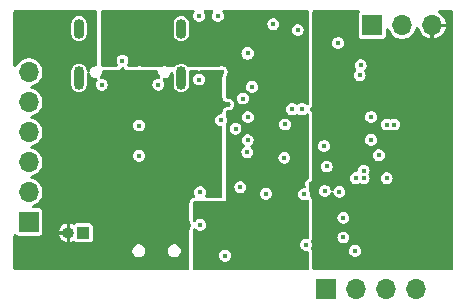
<source format=gbr>
%TF.GenerationSoftware,KiCad,Pcbnew,8.0.2-1*%
%TF.CreationDate,2024-06-13T15:22:41+09:00*%
%TF.ProjectId,eeg,6565672e-6b69-4636-9164-5f7063625858,rev?*%
%TF.SameCoordinates,Original*%
%TF.FileFunction,Copper,L2,Inr*%
%TF.FilePolarity,Positive*%
%FSLAX46Y46*%
G04 Gerber Fmt 4.6, Leading zero omitted, Abs format (unit mm)*
G04 Created by KiCad (PCBNEW 8.0.2-1) date 2024-06-13 15:22:41*
%MOMM*%
%LPD*%
G01*
G04 APERTURE LIST*
%TA.AperFunction,ComponentPad*%
%ADD10R,1.700000X1.700000*%
%TD*%
%TA.AperFunction,ComponentPad*%
%ADD11O,1.700000X1.700000*%
%TD*%
%TA.AperFunction,ComponentPad*%
%ADD12O,1.000000X1.000000*%
%TD*%
%TA.AperFunction,ComponentPad*%
%ADD13R,1.000000X1.000000*%
%TD*%
%TA.AperFunction,ComponentPad*%
%ADD14O,0.900000X1.700000*%
%TD*%
%TA.AperFunction,ComponentPad*%
%ADD15O,0.900000X2.000000*%
%TD*%
%TA.AperFunction,ViaPad*%
%ADD16C,0.400000*%
%TD*%
%TA.AperFunction,ViaPad*%
%ADD17C,0.450000*%
%TD*%
G04 APERTURE END LIST*
D10*
%TO.N,/DVDD*%
%TO.C,J2*%
X156300000Y-112600000D03*
D11*
%TO.N,/SWDIO*%
X158840000Y-112600000D03*
%TO.N,/SWDCLK*%
X161380000Y-112600000D03*
%TO.N,GND*%
X163920000Y-112600000D03*
%TD*%
%TO.N,GND*%
%TO.C,J1*%
X165255000Y-90300000D03*
%TO.N,/UART_TX*%
X162715000Y-90300000D03*
D10*
%TO.N,/UART_RX*%
X160175000Y-90300000D03*
%TD*%
%TO.N,/ads1299/1P*%
%TO.C,J4*%
X131100000Y-106950000D03*
D11*
%TO.N,/ads1299/2P*%
X131100000Y-104410000D03*
%TO.N,/ads1299/3P*%
X131100000Y-101870000D03*
%TO.N,/ads1299/4P*%
X131100000Y-99330000D03*
%TO.N,/ads1299/REF*%
X131100000Y-96790000D03*
%TO.N,/ads1299/BIAS*%
X131100000Y-94250000D03*
%TD*%
D12*
%TO.N,GND*%
%TO.C,BT1*%
X134450000Y-107870000D03*
D13*
%TO.N,Net-(BT1-+)*%
X135720000Y-107870000D03*
%TD*%
D14*
%TO.N,unconnected-(J3-SHIELD-PadS1)_1*%
%TO.C,J3*%
X144000000Y-90580000D03*
%TO.N,unconnected-(J3-SHIELD-PadS1)*%
X135350000Y-90580000D03*
D15*
%TO.N,unconnected-(J3-SHIELD-PadS1)_2*%
X144000000Y-94750000D03*
%TO.N,unconnected-(J3-SHIELD-PadS1)_0*%
X135350000Y-94750000D03*
%TD*%
D16*
%TO.N,/nrf5340/BMI270_CS*%
X161390000Y-103250000D03*
%TO.N,VSSA*%
X146490000Y-109600000D03*
X149400000Y-110200000D03*
X149620000Y-91710000D03*
X152635696Y-90342662D03*
X154400000Y-90200000D03*
X140480000Y-93290000D03*
%TO.N,/DVDD*%
X152740000Y-101520000D03*
X147379996Y-98330000D03*
X157280000Y-91800000D03*
X159100000Y-94530000D03*
X145600000Y-104440000D03*
X158725000Y-109400000D03*
X156100000Y-100520000D03*
X157737500Y-108262500D03*
X157737500Y-106602500D03*
X156320000Y-102250000D03*
X159200000Y-93680000D03*
%TO.N,/USB-C/VBUS_IN*%
X142075000Y-95330000D03*
X137275000Y-95330000D03*
%TO.N,/nrf5340/VBUS_OUT*%
X140439996Y-98790000D03*
X152800000Y-98696802D03*
%TO.N,/AVDD*%
X153867724Y-90704383D03*
D17*
X153400000Y-97400000D03*
X149620000Y-92670000D03*
X154200000Y-97400000D03*
D16*
X147720000Y-109800000D03*
X139030000Y-93290000D03*
X145600000Y-107200000D03*
%TO.N,/power/CHG*%
X145525000Y-89500000D03*
X145520000Y-94890000D03*
%TO.N,/nrf5340/SDA*%
X151164124Y-104564124D03*
X159440000Y-103250000D03*
%TO.N,/power/PVDD*%
X149610000Y-101040000D03*
X149620000Y-100020000D03*
X147100000Y-89500000D03*
X149220000Y-96500000D03*
X140440000Y-101350000D03*
%TO.N,GND*%
X144400000Y-99400000D03*
X137520000Y-104400000D03*
X148000000Y-97000000D03*
X146560000Y-104440000D03*
X147430000Y-94260000D03*
X148600000Y-99060000D03*
X136700000Y-103800000D03*
X157737500Y-109222500D03*
X157200000Y-107600000D03*
X143800000Y-101400000D03*
X156160000Y-99610000D03*
X162040000Y-97400000D03*
X162040000Y-103900000D03*
X140100000Y-105200000D03*
X136475000Y-95330000D03*
X150000000Y-95510000D03*
X161390000Y-101300000D03*
X158890000Y-97300000D03*
X159200000Y-92720000D03*
X156320000Y-91800000D03*
X149000000Y-104000000D03*
X143330000Y-105440000D03*
X149650000Y-98070000D03*
X162300000Y-110000000D03*
X142875000Y-95330000D03*
X155000000Y-103750000D03*
X157739105Y-105644188D03*
X156100000Y-101480000D03*
X139030000Y-94250000D03*
X158400000Y-105000000D03*
X151800000Y-90200000D03*
X139608218Y-96298620D03*
X162040000Y-102600000D03*
X139479996Y-98790000D03*
X139480000Y-101350000D03*
X137500000Y-100800000D03*
X140480000Y-94250000D03*
X162040000Y-100650000D03*
X155591825Y-96335282D03*
X160060000Y-94530000D03*
X136800000Y-99200000D03*
X165000000Y-110000000D03*
%TO.N,/nrf5340/BMI270_CS*%
X154567628Y-108884698D03*
%TO.N,/ads1299/SCK*%
X154405823Y-104600498D03*
X160090000Y-100000000D03*
%TO.N,/ads1299/MISO*%
X160090000Y-98060000D03*
X156147102Y-104324650D03*
%TO.N,/ads1299/~{DRDY}*%
X161390000Y-98700000D03*
%TO.N,/ads1299/MOSI*%
X158790000Y-103250000D03*
%TO.N,/ads1299/~{ADS1299_CS}*%
X160740000Y-101300000D03*
%TO.N,/ads1299/START*%
X159440000Y-102600000D03*
%TO.N,/BMI270_INT1*%
X162040000Y-98700000D03*
X157400000Y-104400000D03*
%TD*%
%TA.AperFunction,Conductor*%
%TO.N,GND*%
G36*
X136820000Y-89019962D02*
G01*
X136874538Y-89074500D01*
X136894500Y-89149000D01*
X136894500Y-93610500D01*
X136874538Y-93685000D01*
X136820000Y-93739538D01*
X136745500Y-93759500D01*
X136719108Y-93759500D01*
X136591814Y-93793608D01*
X136591812Y-93793608D01*
X136591812Y-93793609D01*
X136477689Y-93859497D01*
X136384497Y-93952689D01*
X136318608Y-94066812D01*
X136292964Y-94162518D01*
X136254399Y-94229313D01*
X136198142Y-94261791D01*
X136224000Y-94268720D01*
X136278538Y-94323258D01*
X136293423Y-94359194D01*
X136318608Y-94453186D01*
X136384497Y-94567310D01*
X136384498Y-94567311D01*
X136384500Y-94567314D01*
X136477686Y-94660500D01*
X136477688Y-94660501D01*
X136477689Y-94660502D01*
X136489618Y-94667389D01*
X136591814Y-94726392D01*
X136719108Y-94760500D01*
X136779954Y-94760500D01*
X136854454Y-94780462D01*
X136908992Y-94835000D01*
X136928954Y-94909500D01*
X136908992Y-94984000D01*
X136892561Y-95007073D01*
X136849623Y-95056625D01*
X136789834Y-95187545D01*
X136769353Y-95329996D01*
X136769353Y-95330003D01*
X136789834Y-95472454D01*
X136789834Y-95472455D01*
X136789835Y-95472457D01*
X136849623Y-95603373D01*
X136943872Y-95712143D01*
X137064947Y-95789953D01*
X137203039Y-95830500D01*
X137203041Y-95830500D01*
X137346959Y-95830500D01*
X137346961Y-95830500D01*
X137485053Y-95789953D01*
X137606128Y-95712143D01*
X137700377Y-95603373D01*
X137760165Y-95472457D01*
X137773534Y-95379470D01*
X137780647Y-95330003D01*
X137780647Y-95329996D01*
X137760165Y-95187545D01*
X137760165Y-95187543D01*
X137700377Y-95056627D01*
X137606128Y-94947857D01*
X137606127Y-94947856D01*
X137572465Y-94926223D01*
X137485053Y-94870047D01*
X137485050Y-94870046D01*
X137346967Y-94829501D01*
X137346962Y-94829500D01*
X137346961Y-94829500D01*
X137283031Y-94829500D01*
X137208531Y-94809538D01*
X137153993Y-94755000D01*
X137134031Y-94680500D01*
X137153993Y-94606000D01*
X137177668Y-94575145D01*
X137185500Y-94567314D01*
X137251392Y-94453186D01*
X137285500Y-94325892D01*
X137285500Y-94254500D01*
X137305462Y-94180000D01*
X137360000Y-94125462D01*
X137434500Y-94105500D01*
X138538135Y-94105500D01*
X138538139Y-94105500D01*
X138624207Y-94093126D01*
X138691246Y-94073442D01*
X138748198Y-94050270D01*
X138836059Y-93980376D01*
X138881814Y-93927572D01*
X138910244Y-93887171D01*
X138969439Y-93837734D01*
X139045427Y-93824518D01*
X139117842Y-93851065D01*
X139160714Y-93897697D01*
X139178186Y-93927571D01*
X139223940Y-93980374D01*
X139223944Y-93980378D01*
X139223954Y-93980388D01*
X139268670Y-94022550D01*
X139268672Y-94022551D01*
X139268674Y-94022553D01*
X139316248Y-94046743D01*
X139368745Y-94073437D01*
X139368747Y-94073437D01*
X139368750Y-94073439D01*
X139435789Y-94093124D01*
X139435792Y-94093124D01*
X139435793Y-94093125D01*
X139521850Y-94105499D01*
X139521858Y-94105499D01*
X139521861Y-94105500D01*
X139521864Y-94105500D01*
X140221175Y-94105500D01*
X140221178Y-94105500D01*
X140286127Y-94098516D01*
X140326026Y-94089835D01*
X140326025Y-94089834D01*
X140334867Y-94087911D01*
X140341138Y-94086915D01*
X140347501Y-94085670D01*
X140347506Y-94085670D01*
X140347875Y-94085561D01*
X140349091Y-94085205D01*
X140359397Y-94082574D01*
X140367917Y-94080720D01*
X140377667Y-94076813D01*
X140417463Y-94065129D01*
X140431407Y-94061035D01*
X140473383Y-94055000D01*
X140486617Y-94055000D01*
X140528594Y-94061035D01*
X140548276Y-94066814D01*
X140612495Y-94085670D01*
X140640129Y-94092405D01*
X140640131Y-94092405D01*
X140646546Y-94093200D01*
X140659892Y-94095473D01*
X140673874Y-94098516D01*
X140738822Y-94105500D01*
X141915500Y-94105500D01*
X141990000Y-94125462D01*
X142044538Y-94180000D01*
X142064500Y-94254500D01*
X142064500Y-94325892D01*
X142098608Y-94453186D01*
X142098609Y-94453187D01*
X142164497Y-94567310D01*
X142164498Y-94567311D01*
X142164500Y-94567314D01*
X142172329Y-94575143D01*
X142210892Y-94641936D01*
X142210892Y-94719064D01*
X142172328Y-94785859D01*
X142105533Y-94824423D01*
X142066969Y-94829500D01*
X142003039Y-94829500D01*
X142003037Y-94829500D01*
X142003032Y-94829501D01*
X141864949Y-94870046D01*
X141743872Y-94947856D01*
X141743870Y-94947859D01*
X141649622Y-95056628D01*
X141589834Y-95187545D01*
X141569353Y-95329996D01*
X141569353Y-95330003D01*
X141589834Y-95472454D01*
X141589834Y-95472455D01*
X141589835Y-95472457D01*
X141649623Y-95603373D01*
X141743872Y-95712143D01*
X141864947Y-95789953D01*
X142003039Y-95830500D01*
X142003041Y-95830500D01*
X142146959Y-95830500D01*
X142146961Y-95830500D01*
X142285053Y-95789953D01*
X142406128Y-95712143D01*
X142500377Y-95603373D01*
X142560165Y-95472457D01*
X142573534Y-95379470D01*
X142580647Y-95330003D01*
X142580647Y-95329996D01*
X142560165Y-95187545D01*
X142560165Y-95187543D01*
X142500377Y-95056627D01*
X142500376Y-95056626D01*
X142500376Y-95056625D01*
X142457439Y-95007073D01*
X142423738Y-94937697D01*
X142429241Y-94860766D01*
X142472473Y-94796893D01*
X142541849Y-94763192D01*
X142570046Y-94760500D01*
X142630892Y-94760500D01*
X142758186Y-94726392D01*
X142872314Y-94660500D01*
X142965500Y-94567314D01*
X143031392Y-94453186D01*
X143056577Y-94359194D01*
X143095141Y-94292399D01*
X143161936Y-94253835D01*
X143239064Y-94253835D01*
X143305859Y-94292399D01*
X143344423Y-94359194D01*
X143349500Y-94397758D01*
X143349500Y-95364072D01*
X143374498Y-95489743D01*
X143374499Y-95489745D01*
X143423531Y-95608119D01*
X143423533Y-95608123D01*
X143423535Y-95608127D01*
X143494724Y-95714669D01*
X143585331Y-95805276D01*
X143691873Y-95876465D01*
X143810256Y-95925501D01*
X143935931Y-95950500D01*
X143935935Y-95950500D01*
X144064065Y-95950500D01*
X144064069Y-95950500D01*
X144189744Y-95925501D01*
X144308127Y-95876465D01*
X144414669Y-95805276D01*
X144505276Y-95714669D01*
X144576465Y-95608127D01*
X144625501Y-95489744D01*
X144650500Y-95364069D01*
X144650500Y-94889996D01*
X145014353Y-94889996D01*
X145014353Y-94890003D01*
X145034834Y-95032454D01*
X145034834Y-95032455D01*
X145034835Y-95032457D01*
X145094623Y-95163373D01*
X145188872Y-95272143D01*
X145309947Y-95349953D01*
X145448039Y-95390500D01*
X145448041Y-95390500D01*
X145591959Y-95390500D01*
X145591961Y-95390500D01*
X145730053Y-95349953D01*
X145851128Y-95272143D01*
X145945377Y-95163373D01*
X146005165Y-95032457D01*
X146018789Y-94937697D01*
X146025647Y-94890003D01*
X146025647Y-94889996D01*
X146005165Y-94747545D01*
X146005165Y-94747543D01*
X145945377Y-94616627D01*
X145851128Y-94507857D01*
X145851127Y-94507856D01*
X145730053Y-94430047D01*
X145619084Y-94397464D01*
X145553228Y-94357322D01*
X145517779Y-94292403D01*
X145507974Y-94329000D01*
X145453436Y-94383538D01*
X145420917Y-94397463D01*
X145352412Y-94417578D01*
X145309946Y-94430047D01*
X145188872Y-94507856D01*
X145188870Y-94507859D01*
X145094622Y-94616628D01*
X145034834Y-94747545D01*
X145014353Y-94889996D01*
X144650500Y-94889996D01*
X144650500Y-94254500D01*
X144670462Y-94180000D01*
X144725000Y-94125462D01*
X144799500Y-94105500D01*
X145378936Y-94105500D01*
X145453436Y-94125462D01*
X145507974Y-94180000D01*
X145517983Y-94217357D01*
X145518099Y-94212522D01*
X145558242Y-94146664D01*
X145625936Y-94109700D01*
X145661064Y-94105500D01*
X147202277Y-94105500D01*
X147202280Y-94105500D01*
X147202308Y-94105498D01*
X147245748Y-94102391D01*
X147245751Y-94102390D01*
X147245761Y-94102390D01*
X147260116Y-94100325D01*
X147280676Y-94097370D01*
X147280681Y-94097368D01*
X147280694Y-94097367D01*
X147323281Y-94088103D01*
X147381412Y-94071034D01*
X147423386Y-94065000D01*
X147436612Y-94065000D01*
X147478584Y-94071034D01*
X147484828Y-94072867D01*
X147505090Y-94078816D01*
X147570948Y-94118954D01*
X147598649Y-94159880D01*
X147610127Y-94185013D01*
X147622074Y-94225706D01*
X147623956Y-94238799D01*
X147623956Y-94281199D01*
X147622074Y-94294292D01*
X147610124Y-94334991D01*
X147603125Y-94350316D01*
X147586883Y-94377695D01*
X147575099Y-94393439D01*
X147526561Y-94490418D01*
X147506875Y-94557461D01*
X147506874Y-94557462D01*
X147494500Y-94643519D01*
X147494500Y-96375494D01*
X147494501Y-96375514D01*
X147501480Y-96440428D01*
X147501481Y-96440438D01*
X147501482Y-96440441D01*
X147512688Y-96491952D01*
X147514996Y-96499999D01*
X147514997Y-96500001D01*
X147523645Y-96530157D01*
X147523646Y-96530160D01*
X147580321Y-96627065D01*
X147580326Y-96627072D01*
X147626083Y-96679878D01*
X147626093Y-96679888D01*
X147670809Y-96722050D01*
X147670811Y-96722051D01*
X147670813Y-96722053D01*
X147718387Y-96746243D01*
X147770884Y-96772937D01*
X147770886Y-96772937D01*
X147770889Y-96772939D01*
X147837928Y-96792624D01*
X147837931Y-96792624D01*
X147837932Y-96792625D01*
X147923989Y-96804999D01*
X147923997Y-96804999D01*
X147924000Y-96805000D01*
X148006619Y-96805000D01*
X148048588Y-96811033D01*
X148061281Y-96814760D01*
X148099853Y-96832374D01*
X148110989Y-96839531D01*
X148143040Y-96867303D01*
X148151704Y-96877302D01*
X148174633Y-96912982D01*
X148180126Y-96925011D01*
X148192072Y-96965697D01*
X148193955Y-96978792D01*
X148193955Y-97021206D01*
X148192072Y-97034301D01*
X148180126Y-97074987D01*
X148174633Y-97087016D01*
X148151705Y-97122694D01*
X148143043Y-97132691D01*
X148110988Y-97160468D01*
X148099859Y-97167620D01*
X148061290Y-97185234D01*
X148048596Y-97188962D01*
X148006611Y-97195000D01*
X147924000Y-97195000D01*
X147923995Y-97195000D01*
X147923985Y-97195001D01*
X147859071Y-97201980D01*
X147859061Y-97201981D01*
X147814476Y-97211680D01*
X147807548Y-97213188D01*
X147769342Y-97224146D01*
X147769339Y-97224147D01*
X147672434Y-97280821D01*
X147672427Y-97280826D01*
X147619621Y-97326583D01*
X147619611Y-97326593D01*
X147577449Y-97371309D01*
X147577447Y-97371312D01*
X147526562Y-97471384D01*
X147526561Y-97471388D01*
X147506875Y-97538431D01*
X147506874Y-97538432D01*
X147494500Y-97624489D01*
X147494500Y-97680500D01*
X147474538Y-97755000D01*
X147420000Y-97809538D01*
X147345500Y-97829500D01*
X147308035Y-97829500D01*
X147308033Y-97829500D01*
X147308028Y-97829501D01*
X147169945Y-97870046D01*
X147048868Y-97947856D01*
X147048866Y-97947859D01*
X146954618Y-98056628D01*
X146894830Y-98187545D01*
X146874349Y-98329996D01*
X146874349Y-98330003D01*
X146894830Y-98472454D01*
X146894830Y-98472455D01*
X146894831Y-98472457D01*
X146954619Y-98603373D01*
X147048868Y-98712143D01*
X147169943Y-98789953D01*
X147308035Y-98830500D01*
X147308037Y-98830500D01*
X147345500Y-98830500D01*
X147420000Y-98850462D01*
X147474538Y-98905000D01*
X147494500Y-98979500D01*
X147494500Y-104745500D01*
X147474538Y-104820000D01*
X147420000Y-104874538D01*
X147345500Y-104894500D01*
X146174508Y-104894500D01*
X146100008Y-104874538D01*
X146045470Y-104820000D01*
X146025508Y-104745500D01*
X146038973Y-104683603D01*
X146058853Y-104640069D01*
X146085165Y-104582457D01*
X146105647Y-104440000D01*
X146105647Y-104439996D01*
X146085165Y-104297545D01*
X146085165Y-104297543D01*
X146025377Y-104166627D01*
X145931128Y-104057857D01*
X145931127Y-104057856D01*
X145897465Y-104036223D01*
X145810053Y-103980047D01*
X145810050Y-103980046D01*
X145671967Y-103939501D01*
X145671962Y-103939500D01*
X145671961Y-103939500D01*
X145528039Y-103939500D01*
X145528037Y-103939500D01*
X145528032Y-103939501D01*
X145389949Y-103980046D01*
X145389947Y-103980046D01*
X145389947Y-103980047D01*
X145370392Y-103992614D01*
X145268872Y-104057856D01*
X145268870Y-104057859D01*
X145174622Y-104166628D01*
X145114834Y-104297545D01*
X145094353Y-104439996D01*
X145094353Y-104440003D01*
X145114834Y-104582456D01*
X145165513Y-104693426D01*
X145178303Y-104769486D01*
X145151350Y-104841751D01*
X145091875Y-104890858D01*
X145061652Y-104900917D01*
X145007565Y-104912683D01*
X145007563Y-104912684D01*
X145007552Y-104912687D01*
X145007548Y-104912688D01*
X144969342Y-104923646D01*
X144969339Y-104923647D01*
X144872434Y-104980321D01*
X144872427Y-104980326D01*
X144819621Y-105026083D01*
X144819611Y-105026093D01*
X144777449Y-105070809D01*
X144777447Y-105070812D01*
X144726562Y-105170884D01*
X144726561Y-105170888D01*
X144706875Y-105237931D01*
X144706874Y-105237932D01*
X144694500Y-105323989D01*
X144694500Y-106795697D01*
X144695277Y-106817474D01*
X144695278Y-106817487D01*
X144696540Y-106835134D01*
X144706938Y-106875873D01*
X144723370Y-106940254D01*
X144723371Y-106940257D01*
X144752392Y-107003803D01*
X144783433Y-107056878D01*
X144818865Y-107090287D01*
X144859375Y-107155920D01*
X144861641Y-107233015D01*
X144825056Y-107300914D01*
X144819779Y-107306235D01*
X144819628Y-107306379D01*
X144777449Y-107351113D01*
X144777447Y-107351116D01*
X144726562Y-107451188D01*
X144726561Y-107451192D01*
X144706875Y-107518235D01*
X144706874Y-107518236D01*
X144694500Y-107604293D01*
X144694500Y-110851000D01*
X144674538Y-110925500D01*
X144620000Y-110980038D01*
X144545500Y-111000000D01*
X129949000Y-111000000D01*
X129874500Y-110980038D01*
X129819962Y-110925500D01*
X129800000Y-110851000D01*
X129800000Y-109328247D01*
X139855000Y-109328247D01*
X139855000Y-109471752D01*
X139857727Y-109481929D01*
X139892141Y-109610362D01*
X139963891Y-109734638D01*
X140065362Y-109836109D01*
X140189638Y-109907859D01*
X140328249Y-109945000D01*
X140471751Y-109945000D01*
X140610362Y-109907859D01*
X140734638Y-109836109D01*
X140836109Y-109734638D01*
X140907859Y-109610362D01*
X140945000Y-109471751D01*
X140945000Y-109328249D01*
X140944999Y-109328247D01*
X142852200Y-109328247D01*
X142852200Y-109471752D01*
X142854927Y-109481929D01*
X142889341Y-109610362D01*
X142961091Y-109734638D01*
X143062562Y-109836109D01*
X143186838Y-109907859D01*
X143325449Y-109945000D01*
X143468951Y-109945000D01*
X143607562Y-109907859D01*
X143731838Y-109836109D01*
X143833309Y-109734638D01*
X143905059Y-109610362D01*
X143942200Y-109471751D01*
X143942200Y-109328249D01*
X143905059Y-109189638D01*
X143833309Y-109065362D01*
X143731838Y-108963891D01*
X143607562Y-108892141D01*
X143468951Y-108855000D01*
X143325449Y-108855000D01*
X143186838Y-108892141D01*
X143186836Y-108892141D01*
X143186836Y-108892142D01*
X143062561Y-108963891D01*
X142961091Y-109065361D01*
X142925720Y-109126627D01*
X142889341Y-109189638D01*
X142875169Y-109242529D01*
X142852200Y-109328247D01*
X140944999Y-109328247D01*
X140907859Y-109189638D01*
X140836109Y-109065362D01*
X140734638Y-108963891D01*
X140610362Y-108892141D01*
X140471751Y-108855000D01*
X140328249Y-108855000D01*
X140189638Y-108892141D01*
X140189636Y-108892141D01*
X140189636Y-108892142D01*
X140065361Y-108963891D01*
X139963891Y-109065361D01*
X139928520Y-109126627D01*
X139892141Y-109189638D01*
X139877969Y-109242529D01*
X139855000Y-109328247D01*
X129800000Y-109328247D01*
X129800000Y-108134689D01*
X129819962Y-108060189D01*
X129874500Y-108005651D01*
X129949000Y-107985689D01*
X130023500Y-108005651D01*
X130054359Y-108029330D01*
X130077235Y-108052206D01*
X130180009Y-108097585D01*
X130205135Y-108100500D01*
X131994864Y-108100499D01*
X131994866Y-108100499D01*
X132007427Y-108099042D01*
X132019991Y-108097585D01*
X132122765Y-108052206D01*
X132202206Y-107972765D01*
X132247585Y-107869991D01*
X132250500Y-107844865D01*
X132250500Y-107720000D01*
X133661839Y-107720000D01*
X134161326Y-107720000D01*
X134147149Y-107744555D01*
X134125000Y-107827213D01*
X134125000Y-107912787D01*
X134147149Y-107995445D01*
X134161326Y-108020000D01*
X133661839Y-108020000D01*
X133665123Y-108049142D01*
X133724664Y-108219302D01*
X133820577Y-108371948D01*
X133948051Y-108499422D01*
X134100697Y-108595335D01*
X134270855Y-108654876D01*
X134300000Y-108658159D01*
X134300000Y-108158674D01*
X134324555Y-108172851D01*
X134407213Y-108195000D01*
X134492787Y-108195000D01*
X134575445Y-108172851D01*
X134600000Y-108158674D01*
X134600000Y-108658159D01*
X134629143Y-108654876D01*
X134629144Y-108654876D01*
X134799304Y-108595335D01*
X134834446Y-108573253D01*
X134908147Y-108550516D01*
X134983342Y-108567677D01*
X135019082Y-108594053D01*
X135047235Y-108622206D01*
X135150009Y-108667585D01*
X135175135Y-108670500D01*
X136264864Y-108670499D01*
X136264866Y-108670499D01*
X136277427Y-108669042D01*
X136289991Y-108667585D01*
X136392765Y-108622206D01*
X136472206Y-108542765D01*
X136517585Y-108439991D01*
X136520500Y-108414865D01*
X136520499Y-107325136D01*
X136517585Y-107300009D01*
X136472206Y-107197235D01*
X136392765Y-107117794D01*
X136392764Y-107117793D01*
X136289994Y-107072416D01*
X136289991Y-107072415D01*
X136289982Y-107072414D01*
X136264865Y-107069500D01*
X136264859Y-107069500D01*
X135175133Y-107069500D01*
X135150010Y-107072414D01*
X135150007Y-107072415D01*
X135047234Y-107117793D01*
X135019082Y-107145946D01*
X134952286Y-107184509D01*
X134875158Y-107184508D01*
X134834453Y-107166749D01*
X134799309Y-107144667D01*
X134799303Y-107144664D01*
X134629142Y-107085123D01*
X134600000Y-107081839D01*
X134600000Y-107581325D01*
X134575445Y-107567149D01*
X134492787Y-107545000D01*
X134407213Y-107545000D01*
X134324555Y-107567149D01*
X134300000Y-107581325D01*
X134300000Y-107081839D01*
X134270857Y-107085123D01*
X134100697Y-107144664D01*
X133948051Y-107240577D01*
X133948051Y-107240578D01*
X133820578Y-107368051D01*
X133820577Y-107368051D01*
X133724664Y-107520697D01*
X133665123Y-107690857D01*
X133661839Y-107720000D01*
X132250500Y-107720000D01*
X132250499Y-106055136D01*
X132247585Y-106030009D01*
X132202206Y-105927235D01*
X132122765Y-105847794D01*
X132122764Y-105847793D01*
X132019994Y-105802416D01*
X132019991Y-105802415D01*
X132019982Y-105802414D01*
X131994865Y-105799500D01*
X131994859Y-105799500D01*
X131495214Y-105799500D01*
X131420714Y-105779538D01*
X131366176Y-105725000D01*
X131346214Y-105650500D01*
X131366176Y-105576000D01*
X131420714Y-105521462D01*
X131441382Y-105511564D01*
X131615019Y-105444298D01*
X131796302Y-105332052D01*
X131953872Y-105188407D01*
X132082366Y-105018255D01*
X132177405Y-104827389D01*
X132235756Y-104622310D01*
X132249299Y-104476156D01*
X132255429Y-104410004D01*
X132255429Y-104409995D01*
X132241302Y-104257543D01*
X132235756Y-104197690D01*
X132177405Y-103992611D01*
X132082366Y-103801745D01*
X132082363Y-103801741D01*
X132082363Y-103801740D01*
X131953872Y-103631593D01*
X131796302Y-103487948D01*
X131796301Y-103487947D01*
X131615022Y-103375703D01*
X131615016Y-103375700D01*
X131416204Y-103298681D01*
X131416200Y-103298680D01*
X131416198Y-103298679D01*
X131350846Y-103286462D01*
X131281284Y-103253151D01*
X131237696Y-103189521D01*
X131231763Y-103112621D01*
X131265075Y-103043058D01*
X131328705Y-102999470D01*
X131350843Y-102993537D01*
X131416198Y-102981321D01*
X131615019Y-102904298D01*
X131796302Y-102792052D01*
X131953872Y-102648407D01*
X132082366Y-102478255D01*
X132177405Y-102287389D01*
X132235756Y-102082310D01*
X132255429Y-101870000D01*
X132255230Y-101867857D01*
X132238022Y-101682143D01*
X132235756Y-101657690D01*
X132177405Y-101452611D01*
X132126309Y-101349996D01*
X139934353Y-101349996D01*
X139934353Y-101350003D01*
X139954834Y-101492454D01*
X139954834Y-101492455D01*
X139954835Y-101492457D01*
X140014623Y-101623373D01*
X140108872Y-101732143D01*
X140229947Y-101809953D01*
X140368039Y-101850500D01*
X140368041Y-101850500D01*
X140511959Y-101850500D01*
X140511961Y-101850500D01*
X140650053Y-101809953D01*
X140771128Y-101732143D01*
X140865377Y-101623373D01*
X140925165Y-101492457D01*
X140938529Y-101399510D01*
X140945647Y-101350003D01*
X140945647Y-101349996D01*
X140925165Y-101207545D01*
X140925165Y-101207543D01*
X140865377Y-101076627D01*
X140771128Y-100967857D01*
X140771127Y-100967856D01*
X140693326Y-100917857D01*
X140650053Y-100890047D01*
X140650050Y-100890046D01*
X140511967Y-100849501D01*
X140511962Y-100849500D01*
X140511961Y-100849500D01*
X140368039Y-100849500D01*
X140368037Y-100849500D01*
X140368032Y-100849501D01*
X140229949Y-100890046D01*
X140108872Y-100967856D01*
X140108870Y-100967859D01*
X140014622Y-101076628D01*
X139954834Y-101207545D01*
X139934353Y-101349996D01*
X132126309Y-101349996D01*
X132082366Y-101261745D01*
X132082363Y-101261741D01*
X132082363Y-101261740D01*
X131953872Y-101091593D01*
X131796302Y-100947948D01*
X131796301Y-100947947D01*
X131615022Y-100835703D01*
X131615016Y-100835700D01*
X131416204Y-100758681D01*
X131416200Y-100758680D01*
X131416198Y-100758679D01*
X131350846Y-100746462D01*
X131281284Y-100713151D01*
X131237696Y-100649521D01*
X131231763Y-100572621D01*
X131265075Y-100503058D01*
X131328705Y-100459470D01*
X131350843Y-100453537D01*
X131416198Y-100441321D01*
X131615019Y-100364298D01*
X131796302Y-100252052D01*
X131953872Y-100108407D01*
X132082366Y-99938255D01*
X132177405Y-99747389D01*
X132235756Y-99542310D01*
X132255429Y-99330000D01*
X132248479Y-99255000D01*
X132240801Y-99172140D01*
X132235756Y-99117690D01*
X132177405Y-98912611D01*
X132116351Y-98789996D01*
X139934349Y-98789996D01*
X139934349Y-98790003D01*
X139954830Y-98932454D01*
X139954830Y-98932455D01*
X139954831Y-98932457D01*
X140014619Y-99063373D01*
X140108868Y-99172143D01*
X140229943Y-99249953D01*
X140368035Y-99290500D01*
X140368037Y-99290500D01*
X140511955Y-99290500D01*
X140511957Y-99290500D01*
X140650049Y-99249953D01*
X140771124Y-99172143D01*
X140865373Y-99063373D01*
X140925161Y-98932457D01*
X140939820Y-98830500D01*
X140945643Y-98790003D01*
X140945643Y-98789996D01*
X140925161Y-98647545D01*
X140925161Y-98647543D01*
X140865373Y-98516627D01*
X140771124Y-98407857D01*
X140771123Y-98407856D01*
X140737461Y-98386223D01*
X140650049Y-98330047D01*
X140650046Y-98330046D01*
X140511963Y-98289501D01*
X140511958Y-98289500D01*
X140511957Y-98289500D01*
X140368035Y-98289500D01*
X140368033Y-98289500D01*
X140368028Y-98289501D01*
X140229945Y-98330046D01*
X140108868Y-98407856D01*
X140108866Y-98407859D01*
X140014618Y-98516628D01*
X139954830Y-98647545D01*
X139934349Y-98789996D01*
X132116351Y-98789996D01*
X132082366Y-98721745D01*
X132082363Y-98721741D01*
X132082363Y-98721740D01*
X131953872Y-98551593D01*
X131796302Y-98407948D01*
X131796301Y-98407947D01*
X131615022Y-98295703D01*
X131615016Y-98295700D01*
X131416204Y-98218681D01*
X131416200Y-98218680D01*
X131416198Y-98218679D01*
X131350846Y-98206462D01*
X131281284Y-98173151D01*
X131237696Y-98109521D01*
X131231763Y-98032621D01*
X131265075Y-97963058D01*
X131328705Y-97919470D01*
X131350843Y-97913537D01*
X131416198Y-97901321D01*
X131615019Y-97824298D01*
X131796302Y-97712052D01*
X131953872Y-97568407D01*
X132082366Y-97398255D01*
X132177405Y-97207389D01*
X132235756Y-97002310D01*
X132250840Y-96839528D01*
X132255429Y-96790004D01*
X132255429Y-96789995D01*
X132235756Y-96577694D01*
X132235756Y-96577690D01*
X132177405Y-96372611D01*
X132082366Y-96181745D01*
X132082363Y-96181741D01*
X132082363Y-96181740D01*
X131953872Y-96011593D01*
X131796302Y-95867948D01*
X131796301Y-95867947D01*
X131615022Y-95755703D01*
X131615016Y-95755700D01*
X131416204Y-95678681D01*
X131416200Y-95678680D01*
X131416198Y-95678679D01*
X131350846Y-95666462D01*
X131281284Y-95633151D01*
X131237696Y-95569521D01*
X131231763Y-95492621D01*
X131265075Y-95423058D01*
X131328705Y-95379470D01*
X131350843Y-95373537D01*
X131416198Y-95361321D01*
X131615019Y-95284298D01*
X131796302Y-95172052D01*
X131953872Y-95028407D01*
X132082366Y-94858255D01*
X132177405Y-94667389D01*
X132235756Y-94462310D01*
X132252538Y-94281199D01*
X132255429Y-94250004D01*
X132255429Y-94249995D01*
X132244859Y-94135927D01*
X134699500Y-94135927D01*
X134699500Y-95364072D01*
X134724498Y-95489743D01*
X134724499Y-95489745D01*
X134773531Y-95608119D01*
X134773533Y-95608123D01*
X134773535Y-95608127D01*
X134844724Y-95714669D01*
X134935331Y-95805276D01*
X135041873Y-95876465D01*
X135160256Y-95925501D01*
X135285931Y-95950500D01*
X135285935Y-95950500D01*
X135414065Y-95950500D01*
X135414069Y-95950500D01*
X135539744Y-95925501D01*
X135658127Y-95876465D01*
X135764669Y-95805276D01*
X135855276Y-95714669D01*
X135926465Y-95608127D01*
X135975501Y-95489744D01*
X136000500Y-95364069D01*
X136000500Y-94397758D01*
X136020462Y-94323258D01*
X136075000Y-94268720D01*
X136100229Y-94261959D01*
X136043681Y-94229311D01*
X136005118Y-94162516D01*
X136000758Y-94138554D01*
X136000500Y-94135938D01*
X136000500Y-94135931D01*
X135975501Y-94010256D01*
X135926465Y-93891873D01*
X135855276Y-93785331D01*
X135764669Y-93694724D01*
X135658127Y-93623535D01*
X135658123Y-93623533D01*
X135658119Y-93623531D01*
X135539745Y-93574499D01*
X135539743Y-93574498D01*
X135414072Y-93549500D01*
X135414069Y-93549500D01*
X135285931Y-93549500D01*
X135285927Y-93549500D01*
X135160256Y-93574498D01*
X135160254Y-93574499D01*
X135041880Y-93623531D01*
X135041873Y-93623535D01*
X134963354Y-93676000D01*
X134935327Y-93694727D01*
X134844727Y-93785327D01*
X134844724Y-93785330D01*
X134844724Y-93785331D01*
X134800802Y-93851065D01*
X134773535Y-93891873D01*
X134773531Y-93891880D01*
X134724499Y-94010254D01*
X134724498Y-94010256D01*
X134699500Y-94135927D01*
X132244859Y-94135927D01*
X132242824Y-94113968D01*
X132235756Y-94037690D01*
X132177405Y-93832611D01*
X132082366Y-93641745D01*
X132082363Y-93641741D01*
X132082363Y-93641740D01*
X131953872Y-93471593D01*
X131796302Y-93327948D01*
X131796301Y-93327947D01*
X131615022Y-93215703D01*
X131615016Y-93215700D01*
X131416204Y-93138681D01*
X131416200Y-93138680D01*
X131416198Y-93138679D01*
X131374280Y-93130843D01*
X131206614Y-93099500D01*
X131206610Y-93099500D01*
X130993390Y-93099500D01*
X130993385Y-93099500D01*
X130783802Y-93138679D01*
X130783795Y-93138681D01*
X130584983Y-93215700D01*
X130584977Y-93215703D01*
X130403698Y-93327947D01*
X130403697Y-93327948D01*
X130246127Y-93471593D01*
X130117636Y-93641741D01*
X130117633Y-93641745D01*
X130082379Y-93712546D01*
X130031302Y-93770338D01*
X129958173Y-93794848D01*
X129882585Y-93779510D01*
X129824793Y-93728433D01*
X129800283Y-93655304D01*
X129800000Y-93646131D01*
X129800000Y-90115927D01*
X134699500Y-90115927D01*
X134699500Y-91044072D01*
X134724498Y-91169743D01*
X134724499Y-91169745D01*
X134773531Y-91288119D01*
X134773533Y-91288123D01*
X134773535Y-91288127D01*
X134844724Y-91394669D01*
X134935331Y-91485276D01*
X135041873Y-91556465D01*
X135160256Y-91605501D01*
X135285931Y-91630500D01*
X135285935Y-91630500D01*
X135414065Y-91630500D01*
X135414069Y-91630500D01*
X135539744Y-91605501D01*
X135658127Y-91556465D01*
X135764669Y-91485276D01*
X135855276Y-91394669D01*
X135926465Y-91288127D01*
X135975501Y-91169744D01*
X136000500Y-91044069D01*
X136000500Y-90115931D01*
X135975501Y-89990256D01*
X135926465Y-89871873D01*
X135855276Y-89765331D01*
X135764669Y-89674724D01*
X135658127Y-89603535D01*
X135658123Y-89603533D01*
X135658119Y-89603531D01*
X135539745Y-89554499D01*
X135539743Y-89554498D01*
X135414072Y-89529500D01*
X135414069Y-89529500D01*
X135285931Y-89529500D01*
X135285927Y-89529500D01*
X135160256Y-89554498D01*
X135160254Y-89554499D01*
X135041880Y-89603531D01*
X135041873Y-89603535D01*
X134935327Y-89674727D01*
X134844727Y-89765327D01*
X134773535Y-89871873D01*
X134773531Y-89871880D01*
X134724499Y-89990254D01*
X134724498Y-89990256D01*
X134699500Y-90115927D01*
X129800000Y-90115927D01*
X129800000Y-89149000D01*
X129819962Y-89074500D01*
X129874500Y-89019962D01*
X129949000Y-89000000D01*
X136745500Y-89000000D01*
X136820000Y-89019962D01*
G37*
%TD.AperFunction*%
%TA.AperFunction,Conductor*%
G36*
X159064811Y-89019962D02*
G01*
X159119349Y-89074500D01*
X159139311Y-89149000D01*
X159119349Y-89223500D01*
X159095670Y-89254359D01*
X159072793Y-89277235D01*
X159027416Y-89380005D01*
X159027415Y-89380008D01*
X159027415Y-89380009D01*
X159024500Y-89405135D01*
X159024500Y-89405136D01*
X159024500Y-89405140D01*
X159024500Y-91194866D01*
X159027414Y-91219989D01*
X159027415Y-91219992D01*
X159072793Y-91322764D01*
X159072794Y-91322765D01*
X159152235Y-91402206D01*
X159255009Y-91447585D01*
X159280135Y-91450500D01*
X161069864Y-91450499D01*
X161069866Y-91450499D01*
X161082427Y-91449042D01*
X161094991Y-91447585D01*
X161197765Y-91402206D01*
X161277206Y-91322765D01*
X161322585Y-91219991D01*
X161325500Y-91194865D01*
X161325499Y-90688632D01*
X161345461Y-90614135D01*
X161399999Y-90559597D01*
X161474499Y-90539635D01*
X161548999Y-90559597D01*
X161603537Y-90614135D01*
X161617811Y-90647858D01*
X161637594Y-90717387D01*
X161732636Y-90908259D01*
X161835193Y-91044064D01*
X161861128Y-91078407D01*
X162016441Y-91219994D01*
X162018697Y-91222051D01*
X162018698Y-91222052D01*
X162199977Y-91334296D01*
X162199983Y-91334299D01*
X162214818Y-91340046D01*
X162398802Y-91411321D01*
X162608390Y-91450500D01*
X162608393Y-91450500D01*
X162821607Y-91450500D01*
X162821610Y-91450500D01*
X163031198Y-91411321D01*
X163230019Y-91334298D01*
X163411302Y-91222052D01*
X163568872Y-91078407D01*
X163697366Y-90908255D01*
X163792405Y-90717389D01*
X163841948Y-90543263D01*
X163881536Y-90477072D01*
X163948917Y-90439541D01*
X164026036Y-90440729D01*
X164092229Y-90480317D01*
X164128572Y-90543265D01*
X164178062Y-90717204D01*
X164273064Y-90907996D01*
X164401498Y-91078068D01*
X164558999Y-91221650D01*
X164740206Y-91333848D01*
X164740209Y-91333850D01*
X164938933Y-91410836D01*
X164938940Y-91410838D01*
X165104999Y-91441879D01*
X165105000Y-91441879D01*
X165105000Y-90777445D01*
X165189174Y-90800000D01*
X165320826Y-90800000D01*
X165405000Y-90777445D01*
X165405000Y-91441879D01*
X165571059Y-91410838D01*
X165571066Y-91410836D01*
X165769790Y-91333850D01*
X165769793Y-91333848D01*
X165951000Y-91221650D01*
X166108501Y-91078068D01*
X166236935Y-90907996D01*
X166331937Y-90717204D01*
X166390261Y-90512217D01*
X166396026Y-90450000D01*
X165732445Y-90450000D01*
X165755000Y-90365826D01*
X165755000Y-90234174D01*
X165732445Y-90150000D01*
X166396026Y-90150000D01*
X166390261Y-90087782D01*
X166331937Y-89882795D01*
X166236935Y-89692003D01*
X166108501Y-89521931D01*
X165951000Y-89378349D01*
X165785187Y-89275683D01*
X165732354Y-89219491D01*
X165714696Y-89144412D01*
X165736942Y-89070562D01*
X165793134Y-89017729D01*
X165863625Y-89000000D01*
X166851000Y-89000000D01*
X166925500Y-89019962D01*
X166980038Y-89074500D01*
X167000000Y-89149000D01*
X167000000Y-110851000D01*
X166980038Y-110925500D01*
X166925500Y-110980038D01*
X166851000Y-111000000D01*
X155254500Y-111000000D01*
X155180000Y-110980038D01*
X155125462Y-110925500D01*
X155105500Y-110851000D01*
X155105500Y-109503743D01*
X155104720Y-109481929D01*
X155104720Y-109481927D01*
X155103456Y-109464270D01*
X155087047Y-109399996D01*
X158219353Y-109399996D01*
X158219353Y-109400003D01*
X158239834Y-109542454D01*
X158239834Y-109542455D01*
X158239835Y-109542457D01*
X158299623Y-109673373D01*
X158393872Y-109782143D01*
X158514947Y-109859953D01*
X158653039Y-109900500D01*
X158653041Y-109900500D01*
X158796959Y-109900500D01*
X158796961Y-109900500D01*
X158935053Y-109859953D01*
X159056128Y-109782143D01*
X159150377Y-109673373D01*
X159210165Y-109542457D01*
X159221406Y-109464273D01*
X159230647Y-109400003D01*
X159230647Y-109399996D01*
X159210165Y-109257545D01*
X159210165Y-109257543D01*
X159150377Y-109126627D01*
X159056128Y-109017857D01*
X159056127Y-109017856D01*
X159022465Y-108996223D01*
X158935053Y-108940047D01*
X158935050Y-108940046D01*
X158796967Y-108899501D01*
X158796962Y-108899500D01*
X158796961Y-108899500D01*
X158653039Y-108899500D01*
X158653037Y-108899500D01*
X158653032Y-108899501D01*
X158514949Y-108940046D01*
X158393872Y-109017856D01*
X158393870Y-109017859D01*
X158299622Y-109126628D01*
X158239834Y-109257545D01*
X158219353Y-109399996D01*
X155087047Y-109399996D01*
X155076620Y-109359155D01*
X155047591Y-109295602D01*
X155020720Y-109249665D01*
X155000336Y-109175281D01*
X155013800Y-109112537D01*
X155052793Y-109027155D01*
X155073275Y-108884701D01*
X155073275Y-108884694D01*
X155059620Y-108789726D01*
X155052793Y-108742241D01*
X155014525Y-108658448D01*
X155001736Y-108582390D01*
X155021111Y-108530063D01*
X155017723Y-108528340D01*
X155073437Y-108418769D01*
X155073437Y-108418768D01*
X155073439Y-108418765D01*
X155093124Y-108351726D01*
X155105500Y-108265654D01*
X155105500Y-108262496D01*
X157231853Y-108262496D01*
X157231853Y-108262503D01*
X157252334Y-108404954D01*
X157252334Y-108404955D01*
X157252335Y-108404957D01*
X157312123Y-108535873D01*
X157406372Y-108644643D01*
X157527447Y-108722453D01*
X157665539Y-108763000D01*
X157665541Y-108763000D01*
X157809459Y-108763000D01*
X157809461Y-108763000D01*
X157947553Y-108722453D01*
X158068628Y-108644643D01*
X158162877Y-108535873D01*
X158222665Y-108404957D01*
X158232906Y-108333728D01*
X158243147Y-108262503D01*
X158243147Y-108262496D01*
X158222665Y-108120045D01*
X158222665Y-108120043D01*
X158162877Y-107989127D01*
X158068628Y-107880357D01*
X158068627Y-107880356D01*
X158013401Y-107844865D01*
X157947553Y-107802547D01*
X157947550Y-107802546D01*
X157809467Y-107762001D01*
X157809462Y-107762000D01*
X157809461Y-107762000D01*
X157665539Y-107762000D01*
X157665537Y-107762000D01*
X157665532Y-107762001D01*
X157527449Y-107802546D01*
X157406372Y-107880356D01*
X157406370Y-107880359D01*
X157312122Y-107989128D01*
X157252334Y-108120045D01*
X157231853Y-108262496D01*
X155105500Y-108262496D01*
X155105500Y-106602496D01*
X157231853Y-106602496D01*
X157231853Y-106602503D01*
X157252334Y-106744954D01*
X157252334Y-106744955D01*
X157252335Y-106744957D01*
X157312123Y-106875873D01*
X157406372Y-106984643D01*
X157527447Y-107062453D01*
X157665539Y-107103000D01*
X157665541Y-107103000D01*
X157809459Y-107103000D01*
X157809461Y-107103000D01*
X157947553Y-107062453D01*
X158068628Y-106984643D01*
X158162877Y-106875873D01*
X158222665Y-106744957D01*
X158243147Y-106602500D01*
X158243147Y-106602496D01*
X158222665Y-106460045D01*
X158222665Y-106460043D01*
X158162877Y-106329127D01*
X158068628Y-106220357D01*
X158068627Y-106220356D01*
X158034965Y-106198723D01*
X157947553Y-106142547D01*
X157947550Y-106142546D01*
X157809467Y-106102001D01*
X157809462Y-106102000D01*
X157809461Y-106102000D01*
X157665539Y-106102000D01*
X157665537Y-106102000D01*
X157665532Y-106102001D01*
X157527449Y-106142546D01*
X157406372Y-106220356D01*
X157406370Y-106220359D01*
X157312122Y-106329128D01*
X157252334Y-106460045D01*
X157231853Y-106602496D01*
X155105500Y-106602496D01*
X155105500Y-105169210D01*
X155098486Y-105104125D01*
X155087230Y-105052504D01*
X155076205Y-105014165D01*
X155019432Y-104917306D01*
X155019429Y-104917303D01*
X155019427Y-104917299D01*
X154973629Y-104864549D01*
X154949402Y-104841751D01*
X154941829Y-104834625D01*
X154901256Y-104769034D01*
X154896458Y-104704911D01*
X154911470Y-104600500D01*
X154911470Y-104600494D01*
X154897815Y-104505526D01*
X154890988Y-104458041D01*
X154831200Y-104327125D01*
X154829052Y-104324646D01*
X155641455Y-104324646D01*
X155641455Y-104324653D01*
X155661936Y-104467104D01*
X155661936Y-104467105D01*
X155661937Y-104467107D01*
X155721725Y-104598023D01*
X155815974Y-104706793D01*
X155937049Y-104784603D01*
X156075141Y-104825150D01*
X156075143Y-104825150D01*
X156219061Y-104825150D01*
X156219063Y-104825150D01*
X156357155Y-104784603D01*
X156478230Y-104706793D01*
X156572479Y-104598023D01*
X156628134Y-104476154D01*
X156677241Y-104416681D01*
X156749506Y-104389728D01*
X156825566Y-104402518D01*
X156885041Y-104451625D01*
X156911152Y-104516846D01*
X156914834Y-104542455D01*
X156940211Y-104598021D01*
X156974623Y-104673373D01*
X157068872Y-104782143D01*
X157189947Y-104859953D01*
X157328039Y-104900500D01*
X157328041Y-104900500D01*
X157471959Y-104900500D01*
X157471961Y-104900500D01*
X157610053Y-104859953D01*
X157731128Y-104782143D01*
X157825377Y-104673373D01*
X157885165Y-104542457D01*
X157898225Y-104451625D01*
X157905647Y-104400003D01*
X157905647Y-104399996D01*
X157890916Y-104297543D01*
X157885165Y-104257543D01*
X157825377Y-104126627D01*
X157731128Y-104017857D01*
X157731127Y-104017856D01*
X157672294Y-103980047D01*
X157610053Y-103940047D01*
X157610050Y-103940046D01*
X157471967Y-103899501D01*
X157471962Y-103899500D01*
X157471961Y-103899500D01*
X157328039Y-103899500D01*
X157328037Y-103899500D01*
X157328032Y-103899501D01*
X157189949Y-103940046D01*
X157189947Y-103940046D01*
X157189947Y-103940047D01*
X157186116Y-103942509D01*
X157068872Y-104017856D01*
X157068870Y-104017859D01*
X156974622Y-104126628D01*
X156918967Y-104248494D01*
X156869859Y-104307969D01*
X156797594Y-104334921D01*
X156721534Y-104322131D01*
X156662059Y-104273023D01*
X156635948Y-104207801D01*
X156632267Y-104182193D01*
X156572479Y-104051277D01*
X156478230Y-103942507D01*
X156478229Y-103942506D01*
X156411311Y-103899501D01*
X156357155Y-103864697D01*
X156357152Y-103864696D01*
X156219069Y-103824151D01*
X156219064Y-103824150D01*
X156219063Y-103824150D01*
X156075141Y-103824150D01*
X156075139Y-103824150D01*
X156075134Y-103824151D01*
X155937051Y-103864696D01*
X155815974Y-103942506D01*
X155815972Y-103942509D01*
X155721724Y-104051278D01*
X155661936Y-104182195D01*
X155641455Y-104324646D01*
X154829052Y-104324646D01*
X154823023Y-104317688D01*
X154789324Y-104248313D01*
X154794828Y-104171382D01*
X154800094Y-104158227D01*
X154817298Y-104120557D01*
X154837082Y-104062343D01*
X154841797Y-103950171D01*
X154831854Y-103881012D01*
X154815213Y-103824341D01*
X154810697Y-103803581D01*
X154806041Y-103771198D01*
X154806041Y-103728806D01*
X154807926Y-103715693D01*
X154819876Y-103675003D01*
X154825374Y-103662966D01*
X154848298Y-103627297D01*
X154856959Y-103617302D01*
X154889014Y-103589528D01*
X154908203Y-103577197D01*
X154959063Y-103536211D01*
X154996339Y-103498934D01*
X155022553Y-103469064D01*
X155073439Y-103368988D01*
X155093124Y-103301949D01*
X155099228Y-103259500D01*
X155100595Y-103249996D01*
X158284353Y-103249996D01*
X158284353Y-103250003D01*
X158304834Y-103392454D01*
X158304834Y-103392455D01*
X158304835Y-103392457D01*
X158364623Y-103523373D01*
X158458872Y-103632143D01*
X158579947Y-103709953D01*
X158718039Y-103750500D01*
X158718041Y-103750500D01*
X158861959Y-103750500D01*
X158861961Y-103750500D01*
X159000053Y-103709953D01*
X159034447Y-103687848D01*
X159107910Y-103664366D01*
X159183275Y-103680760D01*
X159195537Y-103687839D01*
X159229947Y-103709953D01*
X159368039Y-103750500D01*
X159368041Y-103750500D01*
X159511959Y-103750500D01*
X159511961Y-103750500D01*
X159650053Y-103709953D01*
X159771128Y-103632143D01*
X159865377Y-103523373D01*
X159925165Y-103392457D01*
X159938648Y-103298679D01*
X159945647Y-103250003D01*
X159945647Y-103249996D01*
X160884353Y-103249996D01*
X160884353Y-103250003D01*
X160904834Y-103392454D01*
X160904834Y-103392455D01*
X160904835Y-103392457D01*
X160964623Y-103523373D01*
X161058872Y-103632143D01*
X161179947Y-103709953D01*
X161318039Y-103750500D01*
X161318041Y-103750500D01*
X161461959Y-103750500D01*
X161461961Y-103750500D01*
X161600053Y-103709953D01*
X161721128Y-103632143D01*
X161815377Y-103523373D01*
X161875165Y-103392457D01*
X161888648Y-103298679D01*
X161895647Y-103250003D01*
X161895647Y-103249996D01*
X161875165Y-103107545D01*
X161875165Y-103107543D01*
X161815377Y-102976627D01*
X161721128Y-102867857D01*
X161721127Y-102867856D01*
X161687465Y-102846223D01*
X161600053Y-102790047D01*
X161600050Y-102790046D01*
X161461967Y-102749501D01*
X161461962Y-102749500D01*
X161461961Y-102749500D01*
X161318039Y-102749500D01*
X161318037Y-102749500D01*
X161318032Y-102749501D01*
X161179949Y-102790046D01*
X161179947Y-102790046D01*
X161179947Y-102790047D01*
X161153071Y-102807318D01*
X161058872Y-102867856D01*
X161058870Y-102867859D01*
X160964622Y-102976628D01*
X160904834Y-103107545D01*
X160884353Y-103249996D01*
X159945647Y-103249996D01*
X159925165Y-103107545D01*
X159925165Y-103107543D01*
X159870066Y-102986895D01*
X159857277Y-102910838D01*
X159870066Y-102863105D01*
X159925165Y-102742457D01*
X159941026Y-102632140D01*
X159945647Y-102600003D01*
X159945647Y-102599996D01*
X159925165Y-102457545D01*
X159925165Y-102457543D01*
X159865377Y-102326627D01*
X159771128Y-102217857D01*
X159771127Y-102217856D01*
X159737465Y-102196223D01*
X159650053Y-102140047D01*
X159650050Y-102140046D01*
X159511967Y-102099501D01*
X159511962Y-102099500D01*
X159511961Y-102099500D01*
X159368039Y-102099500D01*
X159368037Y-102099500D01*
X159368032Y-102099501D01*
X159229949Y-102140046D01*
X159108872Y-102217856D01*
X159108870Y-102217859D01*
X159014622Y-102326628D01*
X158954834Y-102457545D01*
X158934353Y-102599996D01*
X158934353Y-102600500D01*
X158934196Y-102601082D01*
X158932836Y-102610548D01*
X158931704Y-102610385D01*
X158914391Y-102675000D01*
X158859853Y-102729538D01*
X158785353Y-102749500D01*
X158718039Y-102749500D01*
X158718037Y-102749500D01*
X158718032Y-102749501D01*
X158579949Y-102790046D01*
X158579947Y-102790046D01*
X158579947Y-102790047D01*
X158553071Y-102807318D01*
X158458872Y-102867856D01*
X158458870Y-102867859D01*
X158364622Y-102976628D01*
X158304834Y-103107545D01*
X158284353Y-103249996D01*
X155100595Y-103249996D01*
X155105499Y-103215887D01*
X155105500Y-103215874D01*
X155105500Y-102249996D01*
X155814353Y-102249996D01*
X155814353Y-102250003D01*
X155834834Y-102392454D01*
X155834834Y-102392455D01*
X155834835Y-102392457D01*
X155894623Y-102523373D01*
X155988872Y-102632143D01*
X156109947Y-102709953D01*
X156248039Y-102750500D01*
X156248041Y-102750500D01*
X156391959Y-102750500D01*
X156391961Y-102750500D01*
X156530053Y-102709953D01*
X156651128Y-102632143D01*
X156745377Y-102523373D01*
X156805165Y-102392457D01*
X156815406Y-102321228D01*
X156825647Y-102250003D01*
X156825647Y-102249996D01*
X156805165Y-102107545D01*
X156805165Y-102107543D01*
X156745377Y-101976627D01*
X156651128Y-101867857D01*
X156651127Y-101867856D01*
X156617465Y-101846223D01*
X156530053Y-101790047D01*
X156530050Y-101790046D01*
X156391967Y-101749501D01*
X156391962Y-101749500D01*
X156391961Y-101749500D01*
X156248039Y-101749500D01*
X156248037Y-101749500D01*
X156248032Y-101749501D01*
X156109949Y-101790046D01*
X155988872Y-101867856D01*
X155988870Y-101867859D01*
X155894622Y-101976628D01*
X155834834Y-102107545D01*
X155814353Y-102249996D01*
X155105500Y-102249996D01*
X155105500Y-101299996D01*
X160234353Y-101299996D01*
X160234353Y-101300003D01*
X160254834Y-101442454D01*
X160254834Y-101442455D01*
X160254835Y-101442457D01*
X160314623Y-101573373D01*
X160408872Y-101682143D01*
X160529947Y-101759953D01*
X160668039Y-101800500D01*
X160668041Y-101800500D01*
X160811959Y-101800500D01*
X160811961Y-101800500D01*
X160950053Y-101759953D01*
X161071128Y-101682143D01*
X161165377Y-101573373D01*
X161225165Y-101442457D01*
X161238459Y-101349996D01*
X161245647Y-101300003D01*
X161245647Y-101299996D01*
X161225165Y-101157545D01*
X161225165Y-101157543D01*
X161165377Y-101026627D01*
X161071128Y-100917857D01*
X161071127Y-100917856D01*
X161027853Y-100890046D01*
X160950053Y-100840047D01*
X160935259Y-100835703D01*
X160811967Y-100799501D01*
X160811962Y-100799500D01*
X160811961Y-100799500D01*
X160668039Y-100799500D01*
X160668037Y-100799500D01*
X160668032Y-100799501D01*
X160529949Y-100840046D01*
X160408872Y-100917856D01*
X160408870Y-100917859D01*
X160314622Y-101026628D01*
X160254834Y-101157545D01*
X160234353Y-101299996D01*
X155105500Y-101299996D01*
X155105500Y-100519996D01*
X155594353Y-100519996D01*
X155594353Y-100520003D01*
X155614834Y-100662454D01*
X155614834Y-100662455D01*
X155614835Y-100662457D01*
X155674623Y-100793373D01*
X155768872Y-100902143D01*
X155889947Y-100979953D01*
X156028039Y-101020500D01*
X156028041Y-101020500D01*
X156171959Y-101020500D01*
X156171961Y-101020500D01*
X156310053Y-100979953D01*
X156431128Y-100902143D01*
X156525377Y-100793373D01*
X156585165Y-100662457D01*
X156605647Y-100520000D01*
X156605647Y-100519996D01*
X156585165Y-100377545D01*
X156585165Y-100377543D01*
X156525377Y-100246627D01*
X156431128Y-100137857D01*
X156431127Y-100137856D01*
X156385301Y-100108406D01*
X156310053Y-100060047D01*
X156310050Y-100060046D01*
X156171967Y-100019501D01*
X156171962Y-100019500D01*
X156171961Y-100019500D01*
X156028039Y-100019500D01*
X156028037Y-100019500D01*
X156028032Y-100019501D01*
X155889949Y-100060046D01*
X155768872Y-100137856D01*
X155768870Y-100137859D01*
X155674622Y-100246628D01*
X155614834Y-100377545D01*
X155594353Y-100519996D01*
X155105500Y-100519996D01*
X155105500Y-99999996D01*
X159584353Y-99999996D01*
X159584353Y-100000003D01*
X159604834Y-100142454D01*
X159604834Y-100142455D01*
X159604835Y-100142457D01*
X159664623Y-100273373D01*
X159758872Y-100382143D01*
X159879947Y-100459953D01*
X160018039Y-100500500D01*
X160018041Y-100500500D01*
X160161959Y-100500500D01*
X160161961Y-100500500D01*
X160300053Y-100459953D01*
X160421128Y-100382143D01*
X160515377Y-100273373D01*
X160575165Y-100142457D01*
X160592772Y-100019999D01*
X160595647Y-100000003D01*
X160595647Y-99999996D01*
X160575165Y-99857545D01*
X160575165Y-99857543D01*
X160515377Y-99726627D01*
X160421128Y-99617857D01*
X160421127Y-99617856D01*
X160387465Y-99596223D01*
X160300053Y-99540047D01*
X160300050Y-99540046D01*
X160161967Y-99499501D01*
X160161962Y-99499500D01*
X160161961Y-99499500D01*
X160018039Y-99499500D01*
X160018037Y-99499500D01*
X160018032Y-99499501D01*
X159879949Y-99540046D01*
X159879947Y-99540046D01*
X159879947Y-99540047D01*
X159876426Y-99542310D01*
X159758872Y-99617856D01*
X159758870Y-99617859D01*
X159664622Y-99726628D01*
X159604834Y-99857545D01*
X159584353Y-99999996D01*
X155105500Y-99999996D01*
X155105500Y-98699996D01*
X160884353Y-98699996D01*
X160884353Y-98700003D01*
X160904834Y-98842454D01*
X160904834Y-98842455D01*
X160904835Y-98842457D01*
X160964623Y-98973373D01*
X161058872Y-99082143D01*
X161179947Y-99159953D01*
X161318039Y-99200500D01*
X161318041Y-99200500D01*
X161461959Y-99200500D01*
X161461961Y-99200500D01*
X161600053Y-99159953D01*
X161634447Y-99137848D01*
X161707910Y-99114366D01*
X161783275Y-99130760D01*
X161795537Y-99137839D01*
X161829947Y-99159953D01*
X161968039Y-99200500D01*
X161968041Y-99200500D01*
X162111959Y-99200500D01*
X162111961Y-99200500D01*
X162250053Y-99159953D01*
X162371128Y-99082143D01*
X162465377Y-98973373D01*
X162525165Y-98842457D01*
X162542521Y-98721741D01*
X162545647Y-98700003D01*
X162545647Y-98699996D01*
X162525165Y-98557545D01*
X162525165Y-98557543D01*
X162465377Y-98426627D01*
X162371128Y-98317857D01*
X162371127Y-98317856D01*
X162327005Y-98289501D01*
X162250053Y-98240047D01*
X162250050Y-98240046D01*
X162111967Y-98199501D01*
X162111962Y-98199500D01*
X162111961Y-98199500D01*
X161968039Y-98199500D01*
X161968037Y-98199500D01*
X161968032Y-98199501D01*
X161829948Y-98240046D01*
X161829945Y-98240047D01*
X161795554Y-98262149D01*
X161722088Y-98285632D01*
X161646722Y-98269237D01*
X161634446Y-98262149D01*
X161600054Y-98240047D01*
X161600051Y-98240046D01*
X161461967Y-98199501D01*
X161461962Y-98199500D01*
X161461961Y-98199500D01*
X161318039Y-98199500D01*
X161318037Y-98199500D01*
X161318032Y-98199501D01*
X161179949Y-98240046D01*
X161058872Y-98317856D01*
X161058870Y-98317859D01*
X160964622Y-98426628D01*
X160904834Y-98557545D01*
X160884353Y-98699996D01*
X155105500Y-98699996D01*
X155105500Y-98059996D01*
X159584353Y-98059996D01*
X159584353Y-98060003D01*
X159604834Y-98202454D01*
X159604834Y-98202455D01*
X159604835Y-98202457D01*
X159664623Y-98333373D01*
X159758872Y-98442143D01*
X159879947Y-98519953D01*
X160018039Y-98560500D01*
X160018041Y-98560500D01*
X160161959Y-98560500D01*
X160161961Y-98560500D01*
X160300053Y-98519953D01*
X160421128Y-98442143D01*
X160515377Y-98333373D01*
X160575165Y-98202457D01*
X160591711Y-98087379D01*
X160595647Y-98060003D01*
X160595647Y-98059996D01*
X160579523Y-97947856D01*
X160575165Y-97917543D01*
X160515377Y-97786627D01*
X160421128Y-97677857D01*
X160421127Y-97677856D01*
X160387465Y-97656223D01*
X160300053Y-97600047D01*
X160300050Y-97600046D01*
X160161967Y-97559501D01*
X160161962Y-97559500D01*
X160161961Y-97559500D01*
X160018039Y-97559500D01*
X160018037Y-97559500D01*
X160018032Y-97559501D01*
X159879949Y-97600046D01*
X159758872Y-97677856D01*
X159758870Y-97677859D01*
X159664622Y-97786628D01*
X159604834Y-97917545D01*
X159584353Y-98059996D01*
X155105500Y-98059996D01*
X155105500Y-97846595D01*
X155105498Y-97846549D01*
X155103939Y-97815737D01*
X155101410Y-97790819D01*
X155100835Y-97785600D01*
X155100833Y-97785595D01*
X155100833Y-97785592D01*
X155067322Y-97678452D01*
X155067318Y-97678444D01*
X155034566Y-97616734D01*
X155034561Y-97616726D01*
X155023424Y-97600047D01*
X155000425Y-97565602D01*
X154993130Y-97559501D01*
X154939929Y-97515010D01*
X154895586Y-97451904D01*
X154888736Y-97375081D01*
X154921216Y-97305125D01*
X154937940Y-97288105D01*
X154980375Y-97251335D01*
X155022553Y-97206602D01*
X155073439Y-97106526D01*
X155093124Y-97039487D01*
X155098470Y-97002310D01*
X155105499Y-96953425D01*
X155105500Y-96953412D01*
X155105500Y-94529996D01*
X158594353Y-94529996D01*
X158594353Y-94530003D01*
X158614834Y-94672454D01*
X158614834Y-94672455D01*
X158614835Y-94672457D01*
X158674623Y-94803373D01*
X158768872Y-94912143D01*
X158889947Y-94989953D01*
X159028039Y-95030500D01*
X159028041Y-95030500D01*
X159171959Y-95030500D01*
X159171961Y-95030500D01*
X159310053Y-94989953D01*
X159431128Y-94912143D01*
X159525377Y-94803373D01*
X159585165Y-94672457D01*
X159605647Y-94530000D01*
X159605647Y-94529996D01*
X159591276Y-94430047D01*
X159585165Y-94387543D01*
X159525377Y-94256627D01*
X159525375Y-94256625D01*
X159525375Y-94256624D01*
X159519618Y-94247666D01*
X159521747Y-94246297D01*
X159494838Y-94190900D01*
X159500341Y-94113968D01*
X159528539Y-94065129D01*
X159531124Y-94062145D01*
X159531128Y-94062143D01*
X159625377Y-93953373D01*
X159685165Y-93822457D01*
X159697087Y-93739538D01*
X159705647Y-93680003D01*
X159705647Y-93679996D01*
X159685165Y-93537545D01*
X159685165Y-93537543D01*
X159625377Y-93406627D01*
X159531128Y-93297857D01*
X159531127Y-93297856D01*
X159497465Y-93276223D01*
X159410053Y-93220047D01*
X159395259Y-93215703D01*
X159271967Y-93179501D01*
X159271962Y-93179500D01*
X159271961Y-93179500D01*
X159128039Y-93179500D01*
X159128037Y-93179500D01*
X159128032Y-93179501D01*
X158989949Y-93220046D01*
X158868872Y-93297856D01*
X158868870Y-93297859D01*
X158774622Y-93406628D01*
X158714834Y-93537545D01*
X158694353Y-93679996D01*
X158694353Y-93680003D01*
X158714834Y-93822454D01*
X158714834Y-93822455D01*
X158714835Y-93822457D01*
X158762840Y-93927572D01*
X158774624Y-93953375D01*
X158780382Y-93962334D01*
X158778251Y-93963703D01*
X158805161Y-94019102D01*
X158799657Y-94096033D01*
X158771461Y-94144869D01*
X158674622Y-94256628D01*
X158614834Y-94387545D01*
X158594353Y-94529996D01*
X155105500Y-94529996D01*
X155105500Y-91799996D01*
X156774353Y-91799996D01*
X156774353Y-91800003D01*
X156794834Y-91942454D01*
X156794834Y-91942455D01*
X156794835Y-91942457D01*
X156854623Y-92073373D01*
X156948872Y-92182143D01*
X157069947Y-92259953D01*
X157208039Y-92300500D01*
X157208041Y-92300500D01*
X157351959Y-92300500D01*
X157351961Y-92300500D01*
X157490053Y-92259953D01*
X157611128Y-92182143D01*
X157705377Y-92073373D01*
X157765165Y-91942457D01*
X157785647Y-91800000D01*
X157785647Y-91799996D01*
X157765165Y-91657545D01*
X157765165Y-91657543D01*
X157705377Y-91526627D01*
X157611128Y-91417857D01*
X157611127Y-91417856D01*
X157575047Y-91394669D01*
X157490053Y-91340047D01*
X157490050Y-91340046D01*
X157351967Y-91299501D01*
X157351962Y-91299500D01*
X157351961Y-91299500D01*
X157208039Y-91299500D01*
X157208037Y-91299500D01*
X157208032Y-91299501D01*
X157069949Y-91340046D01*
X156948872Y-91417856D01*
X156948870Y-91417859D01*
X156854622Y-91526628D01*
X156794834Y-91657545D01*
X156774353Y-91799996D01*
X155105500Y-91799996D01*
X155105500Y-89149000D01*
X155125462Y-89074500D01*
X155180000Y-89019962D01*
X155254500Y-89000000D01*
X158990311Y-89000000D01*
X159064811Y-89019962D01*
G37*
%TD.AperFunction*%
%TD*%
%TA.AperFunction,Conductor*%
%TO.N,VSSA*%
G36*
X145091513Y-89019685D02*
G01*
X145137268Y-89072489D01*
X145147212Y-89141647D01*
X145118187Y-89205202D01*
X145099625Y-89226622D01*
X145099622Y-89226628D01*
X145039834Y-89357543D01*
X145019353Y-89500000D01*
X145039834Y-89642456D01*
X145065886Y-89699500D01*
X145099623Y-89773373D01*
X145193872Y-89882143D01*
X145314947Y-89959953D01*
X145314950Y-89959954D01*
X145314949Y-89959954D01*
X145453036Y-90000499D01*
X145453038Y-90000500D01*
X145453039Y-90000500D01*
X145596962Y-90000500D01*
X145596962Y-90000499D01*
X145735053Y-89959953D01*
X145856128Y-89882143D01*
X145950377Y-89773373D01*
X146010165Y-89642457D01*
X146030647Y-89500000D01*
X146010165Y-89357543D01*
X145950377Y-89226627D01*
X145950375Y-89226625D01*
X145950374Y-89226622D01*
X145931813Y-89205202D01*
X145902788Y-89141647D01*
X145912732Y-89072488D01*
X145958487Y-89019684D01*
X146025526Y-89000000D01*
X146599474Y-89000000D01*
X146666513Y-89019685D01*
X146712268Y-89072489D01*
X146722212Y-89141647D01*
X146693187Y-89205202D01*
X146674625Y-89226622D01*
X146674622Y-89226628D01*
X146614834Y-89357543D01*
X146594353Y-89500000D01*
X146614834Y-89642456D01*
X146640886Y-89699500D01*
X146674623Y-89773373D01*
X146768872Y-89882143D01*
X146889947Y-89959953D01*
X146889950Y-89959954D01*
X146889949Y-89959954D01*
X147028036Y-90000499D01*
X147028038Y-90000500D01*
X147028039Y-90000500D01*
X147171962Y-90000500D01*
X147171962Y-90000499D01*
X147310053Y-89959953D01*
X147431128Y-89882143D01*
X147525377Y-89773373D01*
X147585165Y-89642457D01*
X147605647Y-89500000D01*
X147585165Y-89357543D01*
X147525377Y-89226627D01*
X147525375Y-89226625D01*
X147525374Y-89226622D01*
X147506813Y-89205202D01*
X147477788Y-89141647D01*
X147487732Y-89072488D01*
X147533487Y-89019684D01*
X147600526Y-89000000D01*
X154676000Y-89000000D01*
X154743039Y-89019685D01*
X154788794Y-89072489D01*
X154800000Y-89124000D01*
X154800000Y-96953415D01*
X154780315Y-97020454D01*
X154727511Y-97066209D01*
X154658353Y-97076153D01*
X154594797Y-97047128D01*
X154577626Y-97028903D01*
X154574792Y-97025210D01*
X154542590Y-97000500D01*
X154465018Y-96940976D01*
X154465017Y-96940975D01*
X154465015Y-96940974D01*
X154337186Y-96888027D01*
X154337184Y-96888026D01*
X154337183Y-96888026D01*
X154245727Y-96875985D01*
X154200001Y-96869965D01*
X154199999Y-96869965D01*
X154131408Y-96878995D01*
X154062817Y-96888026D01*
X154062816Y-96888026D01*
X154062813Y-96888027D01*
X153934984Y-96940974D01*
X153934982Y-96940976D01*
X153875486Y-96986629D01*
X153810317Y-97011823D01*
X153741872Y-96997784D01*
X153724513Y-96986629D01*
X153689749Y-96959953D01*
X153665018Y-96940976D01*
X153665017Y-96940975D01*
X153665015Y-96940974D01*
X153537186Y-96888027D01*
X153537184Y-96888026D01*
X153537183Y-96888026D01*
X153445727Y-96875985D01*
X153400001Y-96869965D01*
X153399999Y-96869965D01*
X153331408Y-96878995D01*
X153262817Y-96888026D01*
X153262816Y-96888026D01*
X153262813Y-96888027D01*
X153134985Y-96940974D01*
X153025209Y-97025209D01*
X152940974Y-97134985D01*
X152888027Y-97262813D01*
X152888026Y-97262816D01*
X152888026Y-97262817D01*
X152869965Y-97400000D01*
X152883196Y-97500500D01*
X152888026Y-97537181D01*
X152888027Y-97537186D01*
X152940974Y-97665015D01*
X152940975Y-97665017D01*
X152940976Y-97665018D01*
X153025209Y-97774791D01*
X153134982Y-97859024D01*
X153262817Y-97911974D01*
X153381072Y-97927543D01*
X153399999Y-97930035D01*
X153400000Y-97930035D01*
X153400001Y-97930035D01*
X153418928Y-97927543D01*
X153537183Y-97911974D01*
X153665018Y-97859024D01*
X153724514Y-97813369D01*
X153789681Y-97788176D01*
X153858126Y-97802214D01*
X153875480Y-97813365D01*
X153934982Y-97859024D01*
X154062817Y-97911974D01*
X154181072Y-97927543D01*
X154199999Y-97930035D01*
X154200000Y-97930035D01*
X154200001Y-97930035D01*
X154218928Y-97927543D01*
X154337183Y-97911974D01*
X154465018Y-97859024D01*
X154574791Y-97774791D01*
X154577623Y-97771100D01*
X154634049Y-97729897D01*
X154703795Y-97725740D01*
X154764716Y-97759951D01*
X154797471Y-97821667D01*
X154800000Y-97846585D01*
X154800000Y-103215877D01*
X154780315Y-103282916D01*
X154743039Y-103320193D01*
X154668873Y-103367856D01*
X154574623Y-103476626D01*
X154574622Y-103476628D01*
X154514834Y-103607543D01*
X154494353Y-103750000D01*
X154514834Y-103892454D01*
X154514834Y-103892455D01*
X154514835Y-103892457D01*
X154529463Y-103924487D01*
X154539406Y-103993646D01*
X154510381Y-104057201D01*
X154451602Y-104094975D01*
X154416668Y-104099998D01*
X154333859Y-104099998D01*
X154195772Y-104140543D01*
X154074696Y-104218354D01*
X153980446Y-104327124D01*
X153980445Y-104327126D01*
X153920657Y-104458041D01*
X153900176Y-104600498D01*
X153920657Y-104742954D01*
X153954865Y-104817857D01*
X153980446Y-104873871D01*
X154074695Y-104982641D01*
X154195770Y-105060451D01*
X154195773Y-105060452D01*
X154195772Y-105060452D01*
X154333859Y-105100997D01*
X154333861Y-105100998D01*
X154333862Y-105100998D01*
X154477785Y-105100998D01*
X154477785Y-105100997D01*
X154601664Y-105064624D01*
X154615873Y-105060452D01*
X154615873Y-105060451D01*
X154615876Y-105060451D01*
X154615877Y-105060449D01*
X154623941Y-105056768D01*
X154625449Y-105060070D01*
X154675879Y-105045210D01*
X154742938Y-105064829D01*
X154788744Y-105117589D01*
X154800000Y-105169210D01*
X154800000Y-108265654D01*
X154780315Y-108332693D01*
X154727511Y-108378448D01*
X154658353Y-108388392D01*
X154641067Y-108384632D01*
X154639589Y-108384198D01*
X154495667Y-108384198D01*
X154495664Y-108384198D01*
X154357577Y-108424743D01*
X154236501Y-108502554D01*
X154142251Y-108611324D01*
X154142250Y-108611326D01*
X154082462Y-108742241D01*
X154061981Y-108884698D01*
X154082462Y-109027154D01*
X154142250Y-109158069D01*
X154142251Y-109158071D01*
X154236500Y-109266841D01*
X154357575Y-109344651D01*
X154357578Y-109344652D01*
X154357577Y-109344652D01*
X154464735Y-109376115D01*
X154494199Y-109384767D01*
X154495664Y-109385197D01*
X154495666Y-109385198D01*
X154495667Y-109385198D01*
X154639589Y-109385198D01*
X154641056Y-109384766D01*
X154642588Y-109384766D01*
X154648368Y-109383936D01*
X154648487Y-109384766D01*
X154710926Y-109384761D01*
X154769707Y-109422531D01*
X154798736Y-109486084D01*
X154800000Y-109503741D01*
X154800000Y-110876000D01*
X154780315Y-110943039D01*
X154727511Y-110988794D01*
X154676000Y-111000000D01*
X145124000Y-111000000D01*
X145056961Y-110980315D01*
X145011206Y-110927511D01*
X145000000Y-110876000D01*
X145000000Y-109800000D01*
X147214353Y-109800000D01*
X147234834Y-109942456D01*
X147235996Y-109945000D01*
X147294623Y-110073373D01*
X147388872Y-110182143D01*
X147509947Y-110259953D01*
X147509950Y-110259954D01*
X147509949Y-110259954D01*
X147648036Y-110300499D01*
X147648038Y-110300500D01*
X147648039Y-110300500D01*
X147791962Y-110300500D01*
X147791962Y-110300499D01*
X147930053Y-110259953D01*
X148051128Y-110182143D01*
X148145377Y-110073373D01*
X148205165Y-109942457D01*
X148225647Y-109800000D01*
X148205165Y-109657543D01*
X148145377Y-109526627D01*
X148051128Y-109417857D01*
X147930053Y-109340047D01*
X147930051Y-109340046D01*
X147930049Y-109340045D01*
X147930050Y-109340045D01*
X147791963Y-109299500D01*
X147791961Y-109299500D01*
X147648039Y-109299500D01*
X147648036Y-109299500D01*
X147509949Y-109340045D01*
X147388873Y-109417856D01*
X147294623Y-109526626D01*
X147294622Y-109526628D01*
X147234834Y-109657543D01*
X147214353Y-109800000D01*
X145000000Y-109800000D01*
X145000000Y-107604304D01*
X145019685Y-107537265D01*
X145072489Y-107491510D01*
X145141647Y-107481566D01*
X145205203Y-107510591D01*
X145217713Y-107523102D01*
X145268872Y-107582143D01*
X145389947Y-107659953D01*
X145389950Y-107659954D01*
X145389949Y-107659954D01*
X145528036Y-107700499D01*
X145528038Y-107700500D01*
X145528039Y-107700500D01*
X145671962Y-107700500D01*
X145671962Y-107700499D01*
X145810053Y-107659953D01*
X145931128Y-107582143D01*
X146025377Y-107473373D01*
X146085165Y-107342457D01*
X146105647Y-107200000D01*
X146085165Y-107057543D01*
X146025377Y-106926627D01*
X145931128Y-106817857D01*
X145810053Y-106740047D01*
X145810051Y-106740046D01*
X145810049Y-106740045D01*
X145810050Y-106740045D01*
X145671963Y-106699500D01*
X145671961Y-106699500D01*
X145528039Y-106699500D01*
X145528036Y-106699500D01*
X145389949Y-106740045D01*
X145268873Y-106817856D01*
X145217713Y-106876898D01*
X145158934Y-106914672D01*
X145089065Y-106914672D01*
X145030287Y-106876897D01*
X145001262Y-106813342D01*
X145000000Y-106795695D01*
X145000000Y-105324000D01*
X145019685Y-105256961D01*
X145072489Y-105211206D01*
X145124000Y-105200000D01*
X147800000Y-105200000D01*
X147800000Y-104564124D01*
X150658477Y-104564124D01*
X150678958Y-104706580D01*
X150731735Y-104822143D01*
X150738747Y-104837497D01*
X150832996Y-104946267D01*
X150954071Y-105024077D01*
X150954074Y-105024078D01*
X150954073Y-105024078D01*
X151026044Y-105045210D01*
X151077954Y-105060452D01*
X151092160Y-105064623D01*
X151092162Y-105064624D01*
X151092163Y-105064624D01*
X151236086Y-105064624D01*
X151236086Y-105064623D01*
X151374177Y-105024077D01*
X151495252Y-104946267D01*
X151589501Y-104837497D01*
X151649289Y-104706581D01*
X151669771Y-104564124D01*
X151649289Y-104421667D01*
X151589501Y-104290751D01*
X151495252Y-104181981D01*
X151374177Y-104104171D01*
X151374175Y-104104170D01*
X151374173Y-104104169D01*
X151374174Y-104104169D01*
X151236087Y-104063624D01*
X151236085Y-104063624D01*
X151092163Y-104063624D01*
X151092160Y-104063624D01*
X150954073Y-104104169D01*
X150832997Y-104181980D01*
X150738747Y-104290750D01*
X150738746Y-104290752D01*
X150678958Y-104421667D01*
X150658477Y-104564124D01*
X147800000Y-104564124D01*
X147800000Y-104000000D01*
X148494353Y-104000000D01*
X148514834Y-104142456D01*
X148568494Y-104259953D01*
X148574623Y-104273373D01*
X148668872Y-104382143D01*
X148789947Y-104459953D01*
X148789950Y-104459954D01*
X148789949Y-104459954D01*
X148928036Y-104500499D01*
X148928038Y-104500500D01*
X148928039Y-104500500D01*
X149071962Y-104500500D01*
X149071962Y-104500499D01*
X149210053Y-104459953D01*
X149331128Y-104382143D01*
X149425377Y-104273373D01*
X149485165Y-104142457D01*
X149505647Y-104000000D01*
X149485165Y-103857543D01*
X149425377Y-103726627D01*
X149331128Y-103617857D01*
X149210053Y-103540047D01*
X149210051Y-103540046D01*
X149210049Y-103540045D01*
X149210050Y-103540045D01*
X149071963Y-103499500D01*
X149071961Y-103499500D01*
X148928039Y-103499500D01*
X148928036Y-103499500D01*
X148789949Y-103540045D01*
X148668873Y-103617856D01*
X148574623Y-103726626D01*
X148574622Y-103726628D01*
X148514834Y-103857543D01*
X148494353Y-104000000D01*
X147800000Y-104000000D01*
X147800000Y-101040000D01*
X149104353Y-101040000D01*
X149124834Y-101182456D01*
X149178744Y-101300500D01*
X149184623Y-101313373D01*
X149278872Y-101422143D01*
X149399947Y-101499953D01*
X149399950Y-101499954D01*
X149399949Y-101499954D01*
X149538036Y-101540499D01*
X149538038Y-101540500D01*
X149538039Y-101540500D01*
X149681962Y-101540500D01*
X149681962Y-101540499D01*
X149751777Y-101520000D01*
X152234353Y-101520000D01*
X152254834Y-101662456D01*
X152259820Y-101673373D01*
X152314623Y-101793373D01*
X152408872Y-101902143D01*
X152529947Y-101979953D01*
X152529950Y-101979954D01*
X152529949Y-101979954D01*
X152668036Y-102020499D01*
X152668038Y-102020500D01*
X152668039Y-102020500D01*
X152811962Y-102020500D01*
X152811962Y-102020499D01*
X152950053Y-101979953D01*
X153071128Y-101902143D01*
X153165377Y-101793373D01*
X153225165Y-101662457D01*
X153245647Y-101520000D01*
X153225165Y-101377543D01*
X153165377Y-101246627D01*
X153071128Y-101137857D01*
X152950053Y-101060047D01*
X152950051Y-101060046D01*
X152950049Y-101060045D01*
X152950050Y-101060045D01*
X152811963Y-101019500D01*
X152811961Y-101019500D01*
X152668039Y-101019500D01*
X152668036Y-101019500D01*
X152529949Y-101060045D01*
X152408873Y-101137856D01*
X152314623Y-101246626D01*
X152314622Y-101246628D01*
X152254834Y-101377543D01*
X152234353Y-101520000D01*
X149751777Y-101520000D01*
X149820053Y-101499953D01*
X149941128Y-101422143D01*
X150035377Y-101313373D01*
X150095165Y-101182457D01*
X150115647Y-101040000D01*
X150095165Y-100897543D01*
X150035377Y-100766627D01*
X149941128Y-100657857D01*
X149941125Y-100657855D01*
X149941126Y-100657855D01*
X149909496Y-100637528D01*
X149863742Y-100584724D01*
X149853798Y-100515566D01*
X149882823Y-100452010D01*
X149909494Y-100428899D01*
X149951128Y-100402143D01*
X150045377Y-100293373D01*
X150105165Y-100162457D01*
X150125647Y-100020000D01*
X150105165Y-99877543D01*
X150045377Y-99746627D01*
X149951128Y-99637857D01*
X149830053Y-99560047D01*
X149830051Y-99560046D01*
X149830049Y-99560045D01*
X149830050Y-99560045D01*
X149691963Y-99519500D01*
X149691961Y-99519500D01*
X149548039Y-99519500D01*
X149548036Y-99519500D01*
X149409949Y-99560045D01*
X149288873Y-99637856D01*
X149194623Y-99746626D01*
X149194622Y-99746628D01*
X149134834Y-99877543D01*
X149114353Y-100020000D01*
X149134834Y-100162456D01*
X149194622Y-100293371D01*
X149194623Y-100293373D01*
X149288872Y-100402143D01*
X149313324Y-100417857D01*
X149320502Y-100422470D01*
X149366257Y-100475274D01*
X149376201Y-100544432D01*
X149347176Y-100607988D01*
X149320504Y-100631100D01*
X149278876Y-100657853D01*
X149278874Y-100657855D01*
X149184623Y-100766626D01*
X149184622Y-100766628D01*
X149124834Y-100897543D01*
X149104353Y-101040000D01*
X147800000Y-101040000D01*
X147800000Y-99060000D01*
X148094353Y-99060000D01*
X148114834Y-99202456D01*
X148136526Y-99249953D01*
X148174623Y-99333373D01*
X148268872Y-99442143D01*
X148389947Y-99519953D01*
X148389950Y-99519954D01*
X148389949Y-99519954D01*
X148466589Y-99542457D01*
X148526496Y-99560047D01*
X148528036Y-99560499D01*
X148528038Y-99560500D01*
X148528039Y-99560500D01*
X148671962Y-99560500D01*
X148671962Y-99560499D01*
X148810053Y-99519953D01*
X148931128Y-99442143D01*
X149025377Y-99333373D01*
X149085165Y-99202457D01*
X149105647Y-99060000D01*
X149085165Y-98917543D01*
X149025377Y-98786627D01*
X148947544Y-98696802D01*
X152294353Y-98696802D01*
X152314834Y-98839258D01*
X152360864Y-98940047D01*
X152374623Y-98970175D01*
X152468872Y-99078945D01*
X152589947Y-99156755D01*
X152589950Y-99156756D01*
X152589949Y-99156756D01*
X152728036Y-99197301D01*
X152728038Y-99197302D01*
X152728039Y-99197302D01*
X152871962Y-99197302D01*
X152871962Y-99197301D01*
X153010053Y-99156755D01*
X153131128Y-99078945D01*
X153225377Y-98970175D01*
X153285165Y-98839259D01*
X153305647Y-98696802D01*
X153285165Y-98554345D01*
X153225377Y-98423429D01*
X153131128Y-98314659D01*
X153010053Y-98236849D01*
X153010051Y-98236848D01*
X153010049Y-98236847D01*
X153010050Y-98236847D01*
X152871963Y-98196302D01*
X152871961Y-98196302D01*
X152728039Y-98196302D01*
X152728036Y-98196302D01*
X152589949Y-98236847D01*
X152468873Y-98314658D01*
X152374623Y-98423428D01*
X152374622Y-98423430D01*
X152314834Y-98554345D01*
X152294353Y-98696802D01*
X148947544Y-98696802D01*
X148931128Y-98677857D01*
X148810053Y-98600047D01*
X148810051Y-98600046D01*
X148810049Y-98600045D01*
X148810050Y-98600045D01*
X148671963Y-98559500D01*
X148671961Y-98559500D01*
X148528039Y-98559500D01*
X148528036Y-98559500D01*
X148389949Y-98600045D01*
X148268873Y-98677856D01*
X148174623Y-98786626D01*
X148174622Y-98786628D01*
X148114834Y-98917543D01*
X148094353Y-99060000D01*
X147800000Y-99060000D01*
X147800000Y-98642112D01*
X147811206Y-98590600D01*
X147865161Y-98472457D01*
X147885643Y-98330000D01*
X147865161Y-98187543D01*
X147811480Y-98070000D01*
X149144353Y-98070000D01*
X149164834Y-98212456D01*
X149218516Y-98330000D01*
X149224623Y-98343373D01*
X149318872Y-98452143D01*
X149439947Y-98529953D01*
X149439950Y-98529954D01*
X149439949Y-98529954D01*
X149578036Y-98570499D01*
X149578038Y-98570500D01*
X149578039Y-98570500D01*
X149721962Y-98570500D01*
X149721962Y-98570499D01*
X149860053Y-98529953D01*
X149981128Y-98452143D01*
X150075377Y-98343373D01*
X150135165Y-98212457D01*
X150155647Y-98070000D01*
X150135165Y-97927543D01*
X150075377Y-97796627D01*
X149981128Y-97687857D01*
X149860053Y-97610047D01*
X149860051Y-97610046D01*
X149860049Y-97610045D01*
X149860050Y-97610045D01*
X149721963Y-97569500D01*
X149721961Y-97569500D01*
X149578039Y-97569500D01*
X149578036Y-97569500D01*
X149439949Y-97610045D01*
X149318873Y-97687856D01*
X149224623Y-97796626D01*
X149224622Y-97796628D01*
X149164834Y-97927543D01*
X149144353Y-98070000D01*
X147811480Y-98070000D01*
X147811205Y-98069398D01*
X147800000Y-98017888D01*
X147800000Y-97624500D01*
X147819685Y-97557461D01*
X147872489Y-97511706D01*
X147924000Y-97500500D01*
X148071962Y-97500500D01*
X148071962Y-97500499D01*
X148210053Y-97459953D01*
X148331128Y-97382143D01*
X148425377Y-97273373D01*
X148485165Y-97142457D01*
X148505647Y-97000000D01*
X148485165Y-96857543D01*
X148425377Y-96726627D01*
X148331128Y-96617857D01*
X148210053Y-96540047D01*
X148210051Y-96540046D01*
X148210049Y-96540045D01*
X148210050Y-96540045D01*
X148073666Y-96500000D01*
X148714353Y-96500000D01*
X148734834Y-96642456D01*
X148773275Y-96726628D01*
X148794623Y-96773373D01*
X148888872Y-96882143D01*
X149009947Y-96959953D01*
X149009950Y-96959954D01*
X149009949Y-96959954D01*
X149100798Y-96986629D01*
X149146336Y-97000000D01*
X149148036Y-97000499D01*
X149148038Y-97000500D01*
X149148039Y-97000500D01*
X149291962Y-97000500D01*
X149291962Y-97000499D01*
X149430053Y-96959953D01*
X149551128Y-96882143D01*
X149645377Y-96773373D01*
X149705165Y-96642457D01*
X149725647Y-96500000D01*
X149705165Y-96357543D01*
X149645377Y-96226627D01*
X149551128Y-96117857D01*
X149430053Y-96040047D01*
X149430051Y-96040046D01*
X149430049Y-96040045D01*
X149430050Y-96040045D01*
X149291963Y-95999500D01*
X149291961Y-95999500D01*
X149148039Y-95999500D01*
X149148036Y-95999500D01*
X149009949Y-96040045D01*
X148888873Y-96117856D01*
X148794623Y-96226626D01*
X148794622Y-96226628D01*
X148734834Y-96357543D01*
X148714353Y-96500000D01*
X148073666Y-96500000D01*
X148071963Y-96499500D01*
X148071961Y-96499500D01*
X147928039Y-96499500D01*
X147924000Y-96499500D01*
X147856961Y-96479815D01*
X147811206Y-96427011D01*
X147800000Y-96375500D01*
X147800000Y-95510000D01*
X149494353Y-95510000D01*
X149514834Y-95652456D01*
X149574622Y-95783371D01*
X149574623Y-95783373D01*
X149668872Y-95892143D01*
X149789947Y-95969953D01*
X149789950Y-95969954D01*
X149789949Y-95969954D01*
X149928036Y-96010499D01*
X149928038Y-96010500D01*
X149928039Y-96010500D01*
X150071962Y-96010500D01*
X150071962Y-96010499D01*
X150210053Y-95969953D01*
X150331128Y-95892143D01*
X150425377Y-95783373D01*
X150485165Y-95652457D01*
X150505647Y-95510000D01*
X150485165Y-95367543D01*
X150425377Y-95236627D01*
X150331128Y-95127857D01*
X150210053Y-95050047D01*
X150210051Y-95050046D01*
X150210049Y-95050045D01*
X150210050Y-95050045D01*
X150071963Y-95009500D01*
X150071961Y-95009500D01*
X149928039Y-95009500D01*
X149928036Y-95009500D01*
X149789949Y-95050045D01*
X149668873Y-95127856D01*
X149574623Y-95236626D01*
X149574622Y-95236628D01*
X149514834Y-95367543D01*
X149494353Y-95510000D01*
X147800000Y-95510000D01*
X147800000Y-94643530D01*
X147819685Y-94576491D01*
X147830279Y-94562336D01*
X147855377Y-94533373D01*
X147915165Y-94402457D01*
X147935647Y-94260000D01*
X147915165Y-94117543D01*
X147855377Y-93986627D01*
X147830286Y-93957670D01*
X147801262Y-93894114D01*
X147800000Y-93876468D01*
X147800000Y-93800000D01*
X147657720Y-93800000D01*
X147622786Y-93794977D01*
X147563427Y-93777548D01*
X147501962Y-93759500D01*
X147501961Y-93759500D01*
X147358039Y-93759500D01*
X147358038Y-93759500D01*
X147296572Y-93777548D01*
X147237213Y-93794977D01*
X147202280Y-93800000D01*
X144571307Y-93800000D01*
X144504268Y-93780315D01*
X144483630Y-93763685D01*
X144414669Y-93694724D01*
X144414668Y-93694723D01*
X144414667Y-93694722D01*
X144308133Y-93623538D01*
X144308124Y-93623533D01*
X144189744Y-93574499D01*
X144189738Y-93574497D01*
X144064071Y-93549500D01*
X144064069Y-93549500D01*
X143935931Y-93549500D01*
X143935929Y-93549500D01*
X143810261Y-93574497D01*
X143810255Y-93574499D01*
X143691875Y-93623533D01*
X143691866Y-93623538D01*
X143585332Y-93694722D01*
X143552544Y-93727511D01*
X143516372Y-93763682D01*
X143455052Y-93797166D01*
X143428693Y-93800000D01*
X142798282Y-93800000D01*
X142766578Y-93793690D01*
X142766037Y-93795712D01*
X142758187Y-93793608D01*
X142758186Y-93793608D01*
X142630892Y-93759500D01*
X142499108Y-93759500D01*
X142371814Y-93793608D01*
X142371812Y-93793608D01*
X142363963Y-93795712D01*
X142363421Y-93793690D01*
X142331718Y-93800000D01*
X140738822Y-93800000D01*
X140698922Y-93791319D01*
X140698563Y-93792545D01*
X140551963Y-93749500D01*
X140551961Y-93749500D01*
X140408039Y-93749500D01*
X140408036Y-93749500D01*
X140261437Y-93792545D01*
X140261077Y-93791319D01*
X140221178Y-93800000D01*
X139521861Y-93800000D01*
X139454822Y-93780315D01*
X139409067Y-93727511D01*
X139399123Y-93658353D01*
X139428148Y-93594798D01*
X139455374Y-93563377D01*
X139455374Y-93563375D01*
X139455377Y-93563373D01*
X139515165Y-93432457D01*
X139535647Y-93290000D01*
X139515165Y-93147543D01*
X139455377Y-93016627D01*
X139361128Y-92907857D01*
X139240053Y-92830047D01*
X139240051Y-92830046D01*
X139240049Y-92830045D01*
X139240050Y-92830045D01*
X139101963Y-92789500D01*
X139101961Y-92789500D01*
X138958039Y-92789500D01*
X138958036Y-92789500D01*
X138819949Y-92830045D01*
X138698873Y-92907856D01*
X138604623Y-93016626D01*
X138604622Y-93016628D01*
X138544834Y-93147543D01*
X138524353Y-93290000D01*
X138544834Y-93432456D01*
X138604622Y-93563371D01*
X138604625Y-93563377D01*
X138631852Y-93594798D01*
X138660877Y-93658353D01*
X138650933Y-93727512D01*
X138605178Y-93780316D01*
X138538139Y-93800000D01*
X137324000Y-93800000D01*
X137256961Y-93780315D01*
X137211206Y-93727511D01*
X137200000Y-93676000D01*
X137200000Y-92669999D01*
X149089965Y-92669999D01*
X149089965Y-92670000D01*
X149108026Y-92807181D01*
X149108027Y-92807186D01*
X149160974Y-92935015D01*
X149160975Y-92935017D01*
X149160976Y-92935018D01*
X149245209Y-93044791D01*
X149354982Y-93129024D01*
X149482817Y-93181974D01*
X149605702Y-93198152D01*
X149619999Y-93200035D01*
X149620000Y-93200035D01*
X149620001Y-93200035D01*
X149632947Y-93198330D01*
X149757183Y-93181974D01*
X149885018Y-93129024D01*
X149994791Y-93044791D01*
X150079024Y-92935018D01*
X150131974Y-92807183D01*
X150150035Y-92670000D01*
X150131974Y-92532817D01*
X150079024Y-92404983D01*
X149994791Y-92295209D01*
X149994789Y-92295208D01*
X149994789Y-92295207D01*
X149885015Y-92210974D01*
X149757186Y-92158027D01*
X149757184Y-92158026D01*
X149757183Y-92158026D01*
X149665727Y-92145985D01*
X149620001Y-92139965D01*
X149619999Y-92139965D01*
X149551408Y-92148995D01*
X149482817Y-92158026D01*
X149482816Y-92158026D01*
X149482813Y-92158027D01*
X149354985Y-92210974D01*
X149245209Y-92295209D01*
X149160974Y-92404985D01*
X149108027Y-92532813D01*
X149108026Y-92532818D01*
X149089965Y-92669999D01*
X137200000Y-92669999D01*
X137200000Y-91044071D01*
X143349499Y-91044071D01*
X143374497Y-91169738D01*
X143374499Y-91169744D01*
X143423533Y-91288124D01*
X143423538Y-91288133D01*
X143494723Y-91394668D01*
X143494726Y-91394672D01*
X143585327Y-91485273D01*
X143585331Y-91485276D01*
X143691866Y-91556461D01*
X143691872Y-91556464D01*
X143691873Y-91556465D01*
X143810256Y-91605501D01*
X143810260Y-91605501D01*
X143810261Y-91605502D01*
X143935928Y-91630500D01*
X143935931Y-91630500D01*
X144064071Y-91630500D01*
X144148615Y-91613682D01*
X144189744Y-91605501D01*
X144308127Y-91556465D01*
X144414669Y-91485276D01*
X144505276Y-91394669D01*
X144576465Y-91288127D01*
X144625501Y-91169744D01*
X144650500Y-91044069D01*
X144650500Y-90704383D01*
X153362077Y-90704383D01*
X153382558Y-90846839D01*
X153442346Y-90977754D01*
X153442347Y-90977756D01*
X153536596Y-91086526D01*
X153657671Y-91164336D01*
X153657674Y-91164337D01*
X153657673Y-91164337D01*
X153795760Y-91204882D01*
X153795762Y-91204883D01*
X153795763Y-91204883D01*
X153939686Y-91204883D01*
X153939686Y-91204882D01*
X154077777Y-91164336D01*
X154198852Y-91086526D01*
X154293101Y-90977756D01*
X154352889Y-90846840D01*
X154373371Y-90704383D01*
X154352889Y-90561926D01*
X154293101Y-90431010D01*
X154198852Y-90322240D01*
X154077777Y-90244430D01*
X154077775Y-90244429D01*
X154077773Y-90244428D01*
X154077774Y-90244428D01*
X153939687Y-90203883D01*
X153939685Y-90203883D01*
X153795763Y-90203883D01*
X153795760Y-90203883D01*
X153657673Y-90244428D01*
X153536597Y-90322239D01*
X153442347Y-90431009D01*
X153442346Y-90431011D01*
X153382558Y-90561926D01*
X153362077Y-90704383D01*
X144650500Y-90704383D01*
X144650500Y-90200000D01*
X151294353Y-90200000D01*
X151314834Y-90342456D01*
X151374622Y-90473371D01*
X151374623Y-90473373D01*
X151468872Y-90582143D01*
X151589947Y-90659953D01*
X151589950Y-90659954D01*
X151589949Y-90659954D01*
X151728036Y-90700499D01*
X151728038Y-90700500D01*
X151728039Y-90700500D01*
X151871962Y-90700500D01*
X151871962Y-90700499D01*
X152010053Y-90659953D01*
X152131128Y-90582143D01*
X152225377Y-90473373D01*
X152285165Y-90342457D01*
X152305647Y-90200000D01*
X152285165Y-90057543D01*
X152225377Y-89926627D01*
X152131128Y-89817857D01*
X152010053Y-89740047D01*
X152010051Y-89740046D01*
X152010049Y-89740045D01*
X152010050Y-89740045D01*
X151871963Y-89699500D01*
X151871961Y-89699500D01*
X151728039Y-89699500D01*
X151728036Y-89699500D01*
X151589949Y-89740045D01*
X151468873Y-89817856D01*
X151374623Y-89926626D01*
X151374622Y-89926628D01*
X151314834Y-90057543D01*
X151294353Y-90200000D01*
X144650500Y-90200000D01*
X144650500Y-90115931D01*
X144650500Y-90115928D01*
X144625502Y-89990261D01*
X144625501Y-89990260D01*
X144625501Y-89990256D01*
X144576465Y-89871873D01*
X144576464Y-89871872D01*
X144576461Y-89871866D01*
X144505276Y-89765331D01*
X144505273Y-89765327D01*
X144414672Y-89674726D01*
X144414668Y-89674723D01*
X144308133Y-89603538D01*
X144308124Y-89603533D01*
X144189744Y-89554499D01*
X144189738Y-89554497D01*
X144064071Y-89529500D01*
X144064069Y-89529500D01*
X143935931Y-89529500D01*
X143935929Y-89529500D01*
X143810261Y-89554497D01*
X143810255Y-89554499D01*
X143691875Y-89603533D01*
X143691866Y-89603538D01*
X143585331Y-89674723D01*
X143585327Y-89674726D01*
X143494726Y-89765327D01*
X143494723Y-89765331D01*
X143423538Y-89871866D01*
X143423533Y-89871875D01*
X143374499Y-89990255D01*
X143374497Y-89990261D01*
X143349500Y-90115928D01*
X143349500Y-90115931D01*
X143349500Y-91044069D01*
X143349500Y-91044071D01*
X143349499Y-91044071D01*
X137200000Y-91044071D01*
X137200000Y-89124000D01*
X137219685Y-89056961D01*
X137272489Y-89011206D01*
X137324000Y-89000000D01*
X145024474Y-89000000D01*
X145091513Y-89019685D01*
G37*
%TD.AperFunction*%
%TD*%
M02*

</source>
